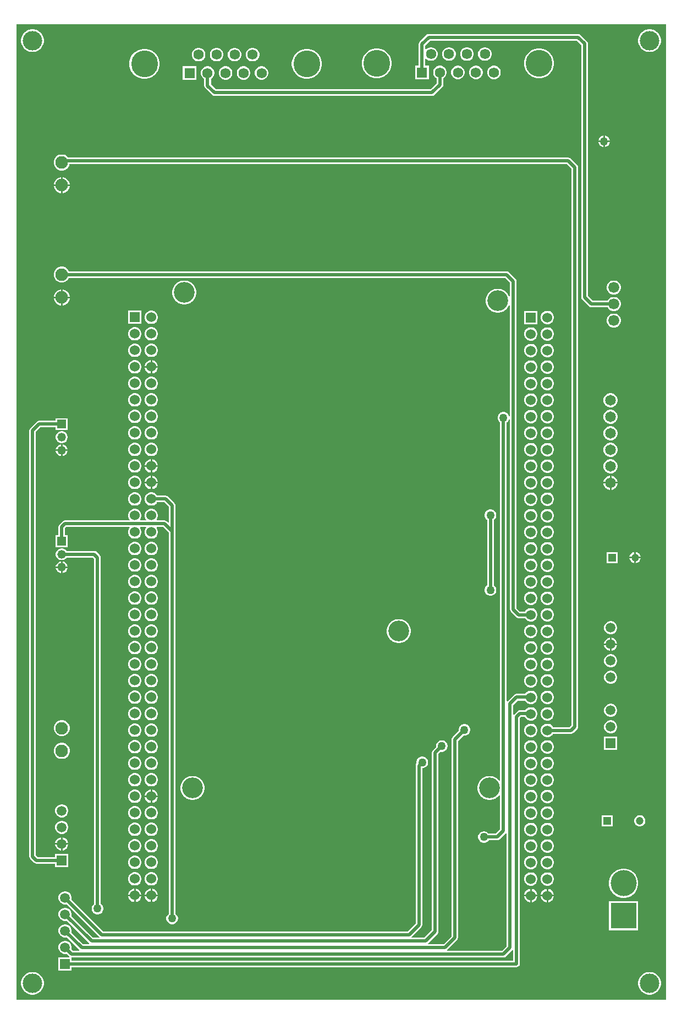
<source format=gbl>
G04*
G04 #@! TF.GenerationSoftware,Altium Limited,Altium Designer,22.8.2 (66)*
G04*
G04 Layer_Physical_Order=2*
G04 Layer_Color=16711680*
%FSLAX42Y42*%
%MOMM*%
G71*
G04*
G04 #@! TF.SameCoordinates,418904E4-A97B-41F3-844E-409F60187B30*
G04*
G04*
G04 #@! TF.FilePolarity,Positive*
G04*
G01*
G75*
%ADD39C,0.50*%
%ADD41R,1.51X1.51*%
%ADD42C,1.51*%
%ADD43C,1.53*%
%ADD44C,3.20*%
%ADD45R,1.53X1.53*%
%ADD46R,1.20X1.20*%
%ADD47C,1.20*%
%ADD48C,1.95*%
%ADD49C,1.65*%
%ADD50C,3.00*%
%ADD51C,1.58*%
%ADD52R,1.58X1.58*%
%ADD53C,4.12*%
%ADD54R,1.32X1.32*%
%ADD55C,1.32*%
%ADD56C,1.68*%
%ADD57C,4.00*%
%ADD58R,4.00X4.00*%
%ADD59C,1.27*%
G36*
X10000D02*
X0D01*
Y15000D01*
X10000D01*
Y0D01*
D02*
G37*
%LPC*%
G36*
X9767Y14925D02*
X9733D01*
X9699Y14919D01*
X9667Y14905D01*
X9638Y14886D01*
X9614Y14862D01*
X9595Y14833D01*
X9581Y14801D01*
X9575Y14767D01*
Y14733D01*
X9581Y14699D01*
X9595Y14667D01*
X9614Y14638D01*
X9638Y14614D01*
X9667Y14595D01*
X9699Y14581D01*
X9733Y14575D01*
X9767D01*
X9801Y14581D01*
X9833Y14595D01*
X9862Y14614D01*
X9886Y14638D01*
X9905Y14667D01*
X9919Y14699D01*
X9925Y14733D01*
Y14767D01*
X9919Y14801D01*
X9905Y14833D01*
X9886Y14862D01*
X9862Y14886D01*
X9833Y14905D01*
X9801Y14919D01*
X9767Y14925D01*
D02*
G37*
G36*
X267D02*
X233D01*
X199Y14919D01*
X167Y14905D01*
X138Y14886D01*
X114Y14862D01*
X95Y14833D01*
X81Y14801D01*
X75Y14767D01*
Y14733D01*
X81Y14699D01*
X95Y14667D01*
X114Y14638D01*
X138Y14614D01*
X167Y14595D01*
X199Y14581D01*
X233Y14575D01*
X267D01*
X301Y14581D01*
X333Y14595D01*
X362Y14614D01*
X386Y14638D01*
X405Y14667D01*
X419Y14699D01*
X425Y14733D01*
Y14767D01*
X419Y14801D01*
X405Y14833D01*
X386Y14862D01*
X362Y14886D01*
X333Y14905D01*
X301Y14919D01*
X267Y14925D01*
D02*
G37*
G36*
X7229Y14646D02*
X7201D01*
X7175Y14639D01*
X7151Y14625D01*
X7132Y14606D01*
X7118Y14582D01*
X7111Y14556D01*
Y14528D01*
X7118Y14502D01*
X7132Y14478D01*
X7151Y14459D01*
X7175Y14445D01*
X7201Y14438D01*
X7229D01*
X7255Y14445D01*
X7279Y14459D01*
X7298Y14478D01*
X7312Y14502D01*
X7319Y14528D01*
Y14556D01*
X7312Y14582D01*
X7298Y14606D01*
X7279Y14625D01*
X7255Y14639D01*
X7229Y14646D01*
D02*
G37*
G36*
X6952D02*
X6924D01*
X6898Y14639D01*
X6874Y14625D01*
X6855Y14606D01*
X6841Y14582D01*
X6834Y14556D01*
Y14528D01*
X6841Y14502D01*
X6855Y14478D01*
X6874Y14459D01*
X6898Y14445D01*
X6924Y14438D01*
X6952D01*
X6978Y14445D01*
X7002Y14459D01*
X7021Y14478D01*
X7035Y14502D01*
X7042Y14528D01*
Y14556D01*
X7035Y14582D01*
X7021Y14606D01*
X7002Y14625D01*
X6978Y14639D01*
X6952Y14646D01*
D02*
G37*
G36*
X6675D02*
X6647D01*
X6621Y14639D01*
X6597Y14625D01*
X6578Y14606D01*
X6564Y14582D01*
X6557Y14556D01*
Y14528D01*
X6564Y14502D01*
X6578Y14478D01*
X6597Y14459D01*
X6621Y14445D01*
X6647Y14438D01*
X6675D01*
X6701Y14445D01*
X6725Y14459D01*
X6744Y14478D01*
X6758Y14502D01*
X6765Y14528D01*
Y14556D01*
X6758Y14582D01*
X6744Y14606D01*
X6725Y14625D01*
X6701Y14639D01*
X6675Y14646D01*
D02*
G37*
G36*
X3652Y14638D02*
X3625D01*
X3598Y14631D01*
X3575Y14617D01*
X3555Y14598D01*
X3541Y14574D01*
X3534Y14548D01*
Y14520D01*
X3541Y14494D01*
X3555Y14470D01*
X3575Y14451D01*
X3598Y14437D01*
X3625Y14430D01*
X3652D01*
X3679Y14437D01*
X3702Y14451D01*
X3722Y14470D01*
X3736Y14494D01*
X3743Y14520D01*
Y14548D01*
X3736Y14574D01*
X3722Y14598D01*
X3702Y14617D01*
X3679Y14631D01*
X3652Y14638D01*
D02*
G37*
G36*
X3375D02*
X3348D01*
X3321Y14631D01*
X3298Y14617D01*
X3278Y14598D01*
X3264Y14574D01*
X3257Y14548D01*
Y14520D01*
X3264Y14494D01*
X3278Y14470D01*
X3298Y14451D01*
X3321Y14437D01*
X3348Y14430D01*
X3375D01*
X3402Y14437D01*
X3425Y14451D01*
X3445Y14470D01*
X3459Y14494D01*
X3466Y14520D01*
Y14548D01*
X3459Y14574D01*
X3445Y14598D01*
X3425Y14617D01*
X3402Y14631D01*
X3375Y14638D01*
D02*
G37*
G36*
X3098D02*
X3071D01*
X3044Y14631D01*
X3021Y14617D01*
X3001Y14598D01*
X2987Y14574D01*
X2980Y14548D01*
Y14520D01*
X2987Y14494D01*
X3001Y14470D01*
X3021Y14451D01*
X3044Y14437D01*
X3071Y14430D01*
X3098D01*
X3125Y14437D01*
X3148Y14451D01*
X3168Y14470D01*
X3182Y14494D01*
X3189Y14520D01*
Y14548D01*
X3182Y14574D01*
X3168Y14598D01*
X3148Y14617D01*
X3125Y14631D01*
X3098Y14638D01*
D02*
G37*
G36*
X2821D02*
X2794D01*
X2767Y14631D01*
X2744Y14617D01*
X2724Y14598D01*
X2710Y14574D01*
X2703Y14548D01*
Y14520D01*
X2710Y14494D01*
X2724Y14470D01*
X2744Y14451D01*
X2767Y14437D01*
X2794Y14430D01*
X2821D01*
X2848Y14437D01*
X2871Y14451D01*
X2891Y14470D01*
X2905Y14494D01*
X2912Y14520D01*
Y14548D01*
X2905Y14574D01*
X2891Y14598D01*
X2871Y14617D01*
X2848Y14631D01*
X2821Y14638D01*
D02*
G37*
G36*
X8072Y14631D02*
X8026D01*
X7982Y14622D01*
X7939Y14605D01*
X7902Y14580D01*
X7869Y14547D01*
X7844Y14510D01*
X7827Y14467D01*
X7818Y14423D01*
Y14377D01*
X7827Y14333D01*
X7844Y14290D01*
X7869Y14253D01*
X7902Y14220D01*
X7939Y14195D01*
X7982Y14178D01*
X8026Y14169D01*
X8072D01*
X8116Y14178D01*
X8159Y14195D01*
X8196Y14220D01*
X8229Y14253D01*
X8254Y14290D01*
X8271Y14333D01*
X8280Y14377D01*
Y14423D01*
X8271Y14467D01*
X8254Y14510D01*
X8229Y14547D01*
X8196Y14580D01*
X8159Y14605D01*
X8116Y14622D01*
X8072Y14631D01*
D02*
G37*
G36*
X5573D02*
X5527D01*
X5483Y14622D01*
X5440Y14605D01*
X5403Y14580D01*
X5370Y14547D01*
X5345Y14510D01*
X5328Y14467D01*
X5319Y14423D01*
Y14377D01*
X5328Y14333D01*
X5345Y14290D01*
X5370Y14253D01*
X5403Y14220D01*
X5440Y14195D01*
X5483Y14178D01*
X5527Y14169D01*
X5573D01*
X5617Y14178D01*
X5660Y14195D01*
X5697Y14220D01*
X5730Y14253D01*
X5755Y14290D01*
X5772Y14333D01*
X5781Y14377D01*
Y14423D01*
X5772Y14467D01*
X5755Y14510D01*
X5730Y14547D01*
X5697Y14580D01*
X5660Y14605D01*
X5617Y14622D01*
X5573Y14631D01*
D02*
G37*
G36*
X4495Y14623D02*
X4450D01*
X4405Y14614D01*
X4363Y14597D01*
X4325Y14572D01*
X4293Y14539D01*
X4268Y14502D01*
X4250Y14459D01*
X4241Y14415D01*
Y14369D01*
X4250Y14325D01*
X4268Y14282D01*
X4293Y14245D01*
X4325Y14212D01*
X4363Y14187D01*
X4405Y14170D01*
X4450Y14161D01*
X4495D01*
X4540Y14170D01*
X4582Y14187D01*
X4620Y14212D01*
X4652Y14245D01*
X4677Y14282D01*
X4695Y14325D01*
X4704Y14369D01*
Y14415D01*
X4695Y14459D01*
X4677Y14502D01*
X4652Y14539D01*
X4620Y14572D01*
X4582Y14597D01*
X4540Y14614D01*
X4495Y14623D01*
D02*
G37*
G36*
X1996D02*
X1951D01*
X1906Y14614D01*
X1864Y14597D01*
X1826Y14572D01*
X1794Y14539D01*
X1769Y14502D01*
X1751Y14459D01*
X1742Y14415D01*
Y14369D01*
X1751Y14325D01*
X1769Y14282D01*
X1794Y14245D01*
X1826Y14212D01*
X1864Y14187D01*
X1906Y14170D01*
X1951Y14161D01*
X1996D01*
X2041Y14170D01*
X2083Y14187D01*
X2121Y14212D01*
X2153Y14245D01*
X2178Y14282D01*
X2196Y14325D01*
X2205Y14369D01*
Y14415D01*
X2196Y14459D01*
X2178Y14502D01*
X2153Y14539D01*
X2121Y14572D01*
X2083Y14597D01*
X2041Y14614D01*
X1996Y14623D01*
D02*
G37*
G36*
X7367Y14362D02*
X7340D01*
X7313Y14355D01*
X7290Y14341D01*
X7270Y14322D01*
X7256Y14298D01*
X7249Y14272D01*
Y14244D01*
X7256Y14218D01*
X7270Y14194D01*
X7290Y14175D01*
X7313Y14161D01*
X7340Y14154D01*
X7367D01*
X7394Y14161D01*
X7417Y14175D01*
X7437Y14194D01*
X7451Y14218D01*
X7458Y14244D01*
Y14272D01*
X7451Y14298D01*
X7437Y14322D01*
X7417Y14341D01*
X7394Y14355D01*
X7367Y14362D01*
D02*
G37*
G36*
X7090D02*
X7063D01*
X7036Y14355D01*
X7013Y14341D01*
X6993Y14322D01*
X6979Y14298D01*
X6972Y14272D01*
Y14244D01*
X6979Y14218D01*
X6993Y14194D01*
X7013Y14175D01*
X7036Y14161D01*
X7063Y14154D01*
X7090D01*
X7117Y14161D01*
X7140Y14175D01*
X7160Y14194D01*
X7174Y14218D01*
X7181Y14244D01*
Y14272D01*
X7174Y14298D01*
X7160Y14322D01*
X7140Y14341D01*
X7117Y14355D01*
X7090Y14362D01*
D02*
G37*
G36*
X6813D02*
X6786D01*
X6759Y14355D01*
X6736Y14341D01*
X6716Y14322D01*
X6702Y14298D01*
X6695Y14272D01*
Y14244D01*
X6702Y14218D01*
X6716Y14194D01*
X6736Y14175D01*
X6759Y14161D01*
X6786Y14154D01*
X6813D01*
X6840Y14161D01*
X6863Y14175D01*
X6883Y14194D01*
X6897Y14218D01*
X6904Y14244D01*
Y14272D01*
X6897Y14298D01*
X6883Y14322D01*
X6863Y14341D01*
X6840Y14355D01*
X6813Y14362D01*
D02*
G37*
G36*
X3791Y14354D02*
X3763D01*
X3737Y14347D01*
X3713Y14333D01*
X3694Y14314D01*
X3680Y14290D01*
X3673Y14264D01*
Y14236D01*
X3680Y14210D01*
X3694Y14186D01*
X3713Y14167D01*
X3737Y14153D01*
X3763Y14146D01*
X3791D01*
X3817Y14153D01*
X3841Y14167D01*
X3860Y14186D01*
X3874Y14210D01*
X3881Y14236D01*
Y14264D01*
X3874Y14290D01*
X3860Y14314D01*
X3841Y14333D01*
X3817Y14347D01*
X3791Y14354D01*
D02*
G37*
G36*
X3514D02*
X3486D01*
X3460Y14347D01*
X3436Y14333D01*
X3417Y14314D01*
X3403Y14290D01*
X3396Y14264D01*
Y14236D01*
X3403Y14210D01*
X3417Y14186D01*
X3436Y14167D01*
X3460Y14153D01*
X3486Y14146D01*
X3514D01*
X3540Y14153D01*
X3564Y14167D01*
X3583Y14186D01*
X3597Y14210D01*
X3604Y14236D01*
Y14264D01*
X3597Y14290D01*
X3583Y14314D01*
X3564Y14333D01*
X3540Y14347D01*
X3514Y14354D01*
D02*
G37*
G36*
X3237D02*
X3209D01*
X3183Y14347D01*
X3159Y14333D01*
X3140Y14314D01*
X3126Y14290D01*
X3119Y14264D01*
Y14236D01*
X3126Y14210D01*
X3140Y14186D01*
X3159Y14167D01*
X3183Y14153D01*
X3209Y14146D01*
X3237D01*
X3263Y14153D01*
X3287Y14167D01*
X3306Y14186D01*
X3320Y14210D01*
X3327Y14236D01*
Y14264D01*
X3320Y14290D01*
X3306Y14314D01*
X3287Y14333D01*
X3263Y14347D01*
X3237Y14354D01*
D02*
G37*
G36*
X2773D02*
X2565D01*
Y14146D01*
X2773D01*
Y14354D01*
D02*
G37*
G36*
X6536Y14362D02*
X6509D01*
X6482Y14355D01*
X6459Y14341D01*
X6439Y14322D01*
X6425Y14298D01*
X6418Y14272D01*
Y14244D01*
X6425Y14218D01*
X6439Y14194D01*
X6459Y14175D01*
X6471Y14167D01*
Y14094D01*
X6379Y14001D01*
X3071D01*
X2997Y14075D01*
Y14159D01*
X3010Y14167D01*
X3029Y14186D01*
X3043Y14210D01*
X3050Y14236D01*
Y14264D01*
X3043Y14290D01*
X3029Y14314D01*
X3010Y14333D01*
X2986Y14347D01*
X2960Y14354D01*
X2932D01*
X2906Y14347D01*
X2882Y14333D01*
X2863Y14314D01*
X2849Y14290D01*
X2842Y14264D01*
Y14236D01*
X2849Y14210D01*
X2863Y14186D01*
X2882Y14167D01*
X2895Y14159D01*
Y14054D01*
X2899Y14034D01*
X2910Y14018D01*
X3014Y13914D01*
X3030Y13903D01*
X3050Y13899D01*
X6400D01*
X6420Y13903D01*
X6436Y13914D01*
X6559Y14036D01*
X6570Y14053D01*
X6574Y14073D01*
Y14167D01*
X6586Y14175D01*
X6606Y14194D01*
X6620Y14218D01*
X6627Y14244D01*
Y14272D01*
X6620Y14298D01*
X6606Y14322D01*
X6586Y14341D01*
X6563Y14355D01*
X6536Y14362D01*
D02*
G37*
G36*
X9063Y13289D02*
Y13213D01*
X9139D01*
X9133Y13234D01*
X9121Y13255D01*
X9105Y13271D01*
X9084Y13283D01*
X9063Y13289D01*
D02*
G37*
G36*
X9037D02*
X9016Y13283D01*
X8995Y13271D01*
X8979Y13255D01*
X8967Y13234D01*
X8961Y13213D01*
X9037D01*
Y13289D01*
D02*
G37*
G36*
X9139Y13187D02*
X9063D01*
Y13111D01*
X9084Y13117D01*
X9105Y13129D01*
X9121Y13145D01*
X9133Y13166D01*
X9139Y13187D01*
D02*
G37*
G36*
X9037D02*
X8961D01*
X8967Y13166D01*
X8979Y13145D01*
X8995Y13129D01*
X9016Y13117D01*
X9037Y13111D01*
Y13187D01*
D02*
G37*
G36*
X716Y12648D02*
X713D01*
Y12538D01*
X823D01*
Y12541D01*
X815Y12572D01*
X798Y12600D01*
X775Y12623D01*
X747Y12640D01*
X716Y12648D01*
D02*
G37*
G36*
X687D02*
X684D01*
X653Y12640D01*
X625Y12623D01*
X602Y12600D01*
X585Y12572D01*
X577Y12541D01*
Y12538D01*
X687D01*
Y12648D01*
D02*
G37*
G36*
X823Y12512D02*
X713D01*
Y12402D01*
X716D01*
X747Y12410D01*
X775Y12427D01*
X798Y12450D01*
X815Y12478D01*
X823Y12509D01*
Y12512D01*
D02*
G37*
G36*
X687D02*
X577D01*
Y12509D01*
X585Y12478D01*
X602Y12450D01*
X625Y12427D01*
X653Y12410D01*
X684Y12402D01*
X687D01*
Y12512D01*
D02*
G37*
G36*
X9214Y11059D02*
X9186D01*
X9158Y11052D01*
X9133Y11037D01*
X9113Y11017D01*
X9098Y10992D01*
X9091Y10964D01*
Y10936D01*
X9098Y10908D01*
X9113Y10883D01*
X9133Y10863D01*
X9158Y10848D01*
X9186Y10841D01*
X9214D01*
X9242Y10848D01*
X9267Y10863D01*
X9287Y10883D01*
X9302Y10908D01*
X9309Y10936D01*
Y10964D01*
X9302Y10992D01*
X9287Y11017D01*
X9267Y11037D01*
X9242Y11052D01*
X9214Y11059D01*
D02*
G37*
G36*
X716Y11273D02*
X684D01*
X653Y11265D01*
X625Y11248D01*
X602Y11225D01*
X585Y11197D01*
X577Y11166D01*
Y11134D01*
X585Y11103D01*
X602Y11075D01*
X625Y11052D01*
X653Y11035D01*
X684Y11027D01*
X716D01*
X747Y11035D01*
X775Y11052D01*
X798Y11075D01*
X812Y11099D01*
X7529D01*
X7599Y11029D01*
Y10817D01*
X7586Y10814D01*
X7577Y10835D01*
X7557Y10865D01*
X7531Y10891D01*
X7501Y10911D01*
X7467Y10925D01*
X7431Y10932D01*
X7395D01*
X7359Y10925D01*
X7325Y10911D01*
X7295Y10891D01*
X7269Y10865D01*
X7249Y10835D01*
X7235Y10801D01*
X7228Y10765D01*
Y10729D01*
X7235Y10693D01*
X7249Y10659D01*
X7269Y10629D01*
X7295Y10603D01*
X7325Y10583D01*
X7359Y10569D01*
X7395Y10562D01*
X7431D01*
X7467Y10569D01*
X7501Y10583D01*
X7531Y10603D01*
X7557Y10629D01*
X7577Y10659D01*
X7586Y10680D01*
X7599Y10677D01*
Y8975D01*
X7586Y8973D01*
X7583Y8984D01*
X7571Y9005D01*
X7555Y9021D01*
X7534Y9033D01*
X7512Y9039D01*
X7488D01*
X7466Y9033D01*
X7445Y9021D01*
X7429Y9005D01*
X7417Y8984D01*
X7411Y8962D01*
Y8938D01*
X7417Y8916D01*
X7429Y8895D01*
X7445Y8879D01*
X7449Y8877D01*
Y3366D01*
X7436Y3363D01*
X7430Y3372D01*
X7404Y3398D01*
X7374Y3418D01*
X7340Y3432D01*
X7304Y3439D01*
X7268D01*
X7232Y3432D01*
X7198Y3418D01*
X7168Y3398D01*
X7142Y3372D01*
X7122Y3342D01*
X7108Y3308D01*
X7101Y3272D01*
Y3236D01*
X7108Y3200D01*
X7122Y3166D01*
X7142Y3136D01*
X7168Y3110D01*
X7198Y3090D01*
X7232Y3076D01*
X7268Y3069D01*
X7304D01*
X7340Y3076D01*
X7374Y3090D01*
X7404Y3110D01*
X7430Y3136D01*
X7436Y3145D01*
X7449Y3142D01*
Y2621D01*
X7379Y2551D01*
X7273D01*
X7271Y2555D01*
X7255Y2571D01*
X7234Y2583D01*
X7212Y2589D01*
X7188D01*
X7166Y2583D01*
X7145Y2571D01*
X7129Y2555D01*
X7117Y2534D01*
X7111Y2512D01*
Y2488D01*
X7117Y2466D01*
X7129Y2445D01*
X7145Y2429D01*
X7166Y2417D01*
X7188Y2411D01*
X7212D01*
X7234Y2417D01*
X7255Y2429D01*
X7271Y2445D01*
X7273Y2449D01*
X7400D01*
X7420Y2453D01*
X7436Y2464D01*
X7536Y2563D01*
X7538Y2563D01*
X7549Y2559D01*
Y821D01*
X7479Y751D01*
X6641D01*
X6637Y762D01*
X6637Y764D01*
X6786Y914D01*
X6797Y930D01*
X6801Y950D01*
Y3979D01*
X6885Y4062D01*
X6888Y4061D01*
X6912D01*
X6934Y4067D01*
X6955Y4079D01*
X6971Y4095D01*
X6983Y4116D01*
X6989Y4138D01*
Y4162D01*
X6983Y4184D01*
X6971Y4205D01*
X6955Y4221D01*
X6934Y4233D01*
X6912Y4239D01*
X6888D01*
X6866Y4233D01*
X6845Y4221D01*
X6829Y4205D01*
X6817Y4184D01*
X6811Y4162D01*
Y4138D01*
X6812Y4135D01*
X6714Y4036D01*
X6703Y4020D01*
X6699Y4000D01*
Y971D01*
X6579Y851D01*
X6341D01*
X6337Y862D01*
X6337Y864D01*
X6486Y1014D01*
X6497Y1030D01*
X6501Y1050D01*
Y3779D01*
X6535Y3812D01*
X6538Y3811D01*
X6562D01*
X6584Y3817D01*
X6605Y3829D01*
X6621Y3845D01*
X6633Y3866D01*
X6639Y3888D01*
Y3912D01*
X6633Y3934D01*
X6621Y3955D01*
X6605Y3971D01*
X6584Y3983D01*
X6562Y3989D01*
X6538D01*
X6516Y3983D01*
X6495Y3971D01*
X6479Y3955D01*
X6467Y3934D01*
X6461Y3912D01*
Y3888D01*
X6462Y3885D01*
X6414Y3836D01*
X6403Y3820D01*
X6399Y3800D01*
Y1071D01*
X6279Y951D01*
X6091D01*
X6087Y962D01*
X6087Y964D01*
X6236Y1114D01*
X6247Y1130D01*
X6251Y1150D01*
Y3561D01*
X6262D01*
X6284Y3567D01*
X6305Y3579D01*
X6321Y3595D01*
X6333Y3616D01*
X6339Y3638D01*
Y3662D01*
X6333Y3684D01*
X6321Y3705D01*
X6305Y3721D01*
X6284Y3733D01*
X6262Y3739D01*
X6238D01*
X6216Y3733D01*
X6195Y3721D01*
X6179Y3705D01*
X6167Y3684D01*
X6161Y3662D01*
Y3638D01*
X6162Y3634D01*
X6153Y3620D01*
X6149Y3600D01*
Y1171D01*
X6029Y1051D01*
X1337D01*
X848Y1541D01*
X851Y1553D01*
Y1579D01*
X844Y1605D01*
X831Y1628D01*
X812Y1647D01*
X789Y1660D01*
X763Y1667D01*
X737D01*
X711Y1660D01*
X688Y1647D01*
X669Y1628D01*
X656Y1605D01*
X649Y1579D01*
Y1553D01*
X656Y1527D01*
X669Y1504D01*
X688Y1485D01*
X711Y1472D01*
X737Y1465D01*
X763D01*
X775Y1468D01*
X1279Y964D01*
X1279Y962D01*
X1275Y951D01*
X1183D01*
X848Y1287D01*
X851Y1299D01*
Y1325D01*
X844Y1351D01*
X831Y1374D01*
X812Y1393D01*
X789Y1406D01*
X763Y1413D01*
X737D01*
X711Y1406D01*
X688Y1393D01*
X669Y1374D01*
X656Y1351D01*
X649Y1325D01*
Y1299D01*
X656Y1273D01*
X669Y1250D01*
X688Y1231D01*
X711Y1218D01*
X737Y1211D01*
X763D01*
X775Y1214D01*
X1125Y864D01*
X1125Y862D01*
X1121Y851D01*
X1029D01*
X848Y1033D01*
X851Y1045D01*
Y1071D01*
X844Y1097D01*
X831Y1120D01*
X812Y1139D01*
X789Y1152D01*
X763Y1159D01*
X737D01*
X711Y1152D01*
X688Y1139D01*
X669Y1120D01*
X656Y1097D01*
X649Y1071D01*
Y1045D01*
X656Y1019D01*
X669Y996D01*
X688Y977D01*
X711Y964D01*
X737Y957D01*
X763D01*
X775Y960D01*
X971Y764D01*
X971Y762D01*
X967Y751D01*
X875D01*
X848Y779D01*
X851Y791D01*
Y817D01*
X844Y843D01*
X831Y866D01*
X812Y885D01*
X789Y898D01*
X763Y905D01*
X737D01*
X711Y898D01*
X688Y885D01*
X669Y866D01*
X656Y843D01*
X649Y817D01*
Y795D01*
X649Y792D01*
X653Y772D01*
X655Y768D01*
X656Y765D01*
X669Y742D01*
X688Y723D01*
X711Y710D01*
X737Y703D01*
X763D01*
X775Y706D01*
X818Y664D01*
X818Y664D01*
X814Y651D01*
X649D01*
Y449D01*
X851D01*
Y499D01*
X7700D01*
X7720Y503D01*
X7736Y514D01*
X7747Y530D01*
X7751Y550D01*
Y4329D01*
X7771Y4349D01*
X7830D01*
X7839Y4332D01*
X7858Y4313D01*
X7882Y4300D01*
X7908Y4293D01*
X7934D01*
X7960Y4300D01*
X7984Y4313D01*
X8003Y4332D01*
X8016Y4356D01*
X8023Y4382D01*
Y4408D01*
X8016Y4434D01*
X8003Y4458D01*
X7984Y4477D01*
X7960Y4490D01*
X7934Y4497D01*
X7908D01*
X7882Y4490D01*
X7858Y4477D01*
X7839Y4458D01*
X7836Y4451D01*
X7750D01*
X7730Y4447D01*
X7714Y4436D01*
X7664Y4387D01*
X7662Y4387D01*
X7651Y4391D01*
Y4529D01*
X7721Y4599D01*
X7832D01*
X7839Y4586D01*
X7858Y4567D01*
X7882Y4554D01*
X7908Y4547D01*
X7934D01*
X7960Y4554D01*
X7984Y4567D01*
X8003Y4586D01*
X8016Y4610D01*
X8023Y4636D01*
Y4662D01*
X8016Y4688D01*
X8003Y4712D01*
X7984Y4731D01*
X7960Y4744D01*
X7934Y4751D01*
X7908D01*
X7882Y4744D01*
X7858Y4731D01*
X7839Y4712D01*
X7834Y4701D01*
X7700D01*
X7680Y4697D01*
X7664Y4686D01*
X7564Y4587D01*
X7562Y4587D01*
X7551Y4591D01*
Y8877D01*
X7555Y8879D01*
X7571Y8895D01*
X7583Y8916D01*
X7586Y8927D01*
X7599Y8925D01*
Y6000D01*
X7603Y5980D01*
X7614Y5964D01*
X7695Y5883D01*
X7711Y5872D01*
X7731Y5868D01*
X7833D01*
X7839Y5856D01*
X7858Y5837D01*
X7882Y5824D01*
X7908Y5817D01*
X7934D01*
X7960Y5824D01*
X7984Y5837D01*
X8003Y5856D01*
X8016Y5880D01*
X8023Y5906D01*
Y5932D01*
X8016Y5958D01*
X8003Y5982D01*
X7984Y6001D01*
X7960Y6014D01*
X7934Y6021D01*
X7908D01*
X7882Y6014D01*
X7858Y6001D01*
X7839Y5982D01*
X7833Y5970D01*
X7752D01*
X7701Y6021D01*
Y11050D01*
X7697Y11070D01*
X7686Y11086D01*
X7586Y11186D01*
X7570Y11197D01*
X7550Y11201D01*
X812D01*
X798Y11225D01*
X775Y11248D01*
X747Y11265D01*
X716Y11273D01*
D02*
G37*
G36*
Y10923D02*
X713D01*
Y10813D01*
X823D01*
Y10816D01*
X815Y10847D01*
X798Y10875D01*
X775Y10898D01*
X747Y10915D01*
X716Y10923D01*
D02*
G37*
G36*
X687D02*
X684D01*
X653Y10915D01*
X625Y10898D01*
X602Y10875D01*
X585Y10847D01*
X577Y10816D01*
Y10813D01*
X687D01*
Y10923D01*
D02*
G37*
G36*
X2605Y11059D02*
X2569D01*
X2533Y11052D01*
X2499Y11038D01*
X2469Y11018D01*
X2443Y10992D01*
X2423Y10962D01*
X2409Y10928D01*
X2402Y10892D01*
Y10856D01*
X2409Y10820D01*
X2423Y10786D01*
X2443Y10756D01*
X2469Y10730D01*
X2499Y10710D01*
X2533Y10696D01*
X2569Y10689D01*
X2605D01*
X2641Y10696D01*
X2675Y10710D01*
X2705Y10730D01*
X2731Y10756D01*
X2751Y10786D01*
X2765Y10820D01*
X2772Y10856D01*
Y10892D01*
X2765Y10928D01*
X2751Y10962D01*
X2731Y10992D01*
X2705Y11018D01*
X2675Y11038D01*
X2641Y11052D01*
X2605Y11059D01*
D02*
G37*
G36*
X823Y10787D02*
X713D01*
Y10677D01*
X716D01*
X747Y10685D01*
X775Y10702D01*
X798Y10725D01*
X815Y10753D01*
X823Y10784D01*
Y10787D01*
D02*
G37*
G36*
X687D02*
X577D01*
Y10784D01*
X585Y10753D01*
X602Y10725D01*
X625Y10702D01*
X653Y10685D01*
X684Y10677D01*
X687D01*
Y10787D01*
D02*
G37*
G36*
X8650Y14851D02*
X6350D01*
X6330Y14847D01*
X6314Y14836D01*
X6209Y14732D01*
X6198Y14715D01*
X6194Y14696D01*
Y14362D01*
X6141D01*
Y14154D01*
X6350D01*
Y14362D01*
X6297D01*
Y14464D01*
X6310Y14469D01*
X6320Y14459D01*
X6344Y14445D01*
X6370Y14438D01*
X6398D01*
X6424Y14445D01*
X6448Y14459D01*
X6467Y14478D01*
X6481Y14502D01*
X6488Y14528D01*
Y14556D01*
X6481Y14582D01*
X6467Y14606D01*
X6448Y14625D01*
X6424Y14639D01*
X6398Y14646D01*
X6370D01*
X6344Y14639D01*
X6320Y14625D01*
X6310Y14615D01*
X6297Y14620D01*
Y14674D01*
X6371Y14749D01*
X8629D01*
X8699Y14679D01*
Y10800D01*
X8703Y10780D01*
X8714Y10764D01*
X8818Y10660D01*
X8834Y10649D01*
X8854Y10645D01*
X9104D01*
X9113Y10629D01*
X9133Y10609D01*
X9158Y10594D01*
X9186Y10587D01*
X9214D01*
X9242Y10594D01*
X9267Y10609D01*
X9287Y10629D01*
X9302Y10654D01*
X9309Y10682D01*
Y10710D01*
X9302Y10738D01*
X9287Y10763D01*
X9267Y10783D01*
X9242Y10798D01*
X9214Y10805D01*
X9186D01*
X9158Y10798D01*
X9133Y10783D01*
X9113Y10763D01*
X9104Y10747D01*
X8875D01*
X8801Y10821D01*
Y14700D01*
X8797Y14720D01*
X8786Y14736D01*
X8686Y14836D01*
X8670Y14847D01*
X8650Y14851D01*
D02*
G37*
G36*
X2092Y10595D02*
X2066D01*
X2040Y10588D01*
X2016Y10575D01*
X1997Y10556D01*
X1984Y10532D01*
X1977Y10506D01*
Y10480D01*
X1984Y10454D01*
X1997Y10430D01*
X2016Y10411D01*
X2040Y10398D01*
X2066Y10391D01*
X2092D01*
X2118Y10398D01*
X2142Y10411D01*
X2161Y10430D01*
X2174Y10454D01*
X2181Y10480D01*
Y10506D01*
X2174Y10532D01*
X2161Y10556D01*
X2142Y10575D01*
X2118Y10588D01*
X2092Y10595D01*
D02*
G37*
G36*
X1927D02*
X1723D01*
Y10391D01*
X1927D01*
Y10595D01*
D02*
G37*
G36*
X8188Y10593D02*
X8162D01*
X8136Y10586D01*
X8112Y10573D01*
X8093Y10554D01*
X8080Y10530D01*
X8073Y10504D01*
Y10478D01*
X8080Y10452D01*
X8093Y10428D01*
X8112Y10409D01*
X8136Y10396D01*
X8162Y10389D01*
X8188D01*
X8214Y10396D01*
X8238Y10409D01*
X8257Y10428D01*
X8270Y10452D01*
X8277Y10478D01*
Y10504D01*
X8270Y10530D01*
X8257Y10554D01*
X8238Y10573D01*
X8214Y10586D01*
X8188Y10593D01*
D02*
G37*
G36*
X8023D02*
X7819D01*
Y10389D01*
X8023D01*
Y10593D01*
D02*
G37*
G36*
X9214Y10551D02*
X9186D01*
X9158Y10544D01*
X9133Y10529D01*
X9113Y10509D01*
X9098Y10484D01*
X9091Y10456D01*
Y10428D01*
X9098Y10400D01*
X9113Y10375D01*
X9133Y10355D01*
X9158Y10340D01*
X9186Y10333D01*
X9214D01*
X9242Y10340D01*
X9267Y10355D01*
X9287Y10375D01*
X9302Y10400D01*
X9309Y10428D01*
Y10456D01*
X9302Y10484D01*
X9287Y10509D01*
X9267Y10529D01*
X9242Y10544D01*
X9214Y10551D01*
D02*
G37*
G36*
X2092Y10341D02*
X2066D01*
X2040Y10334D01*
X2016Y10321D01*
X1997Y10302D01*
X1984Y10278D01*
X1977Y10252D01*
Y10226D01*
X1984Y10200D01*
X1997Y10176D01*
X2016Y10157D01*
X2040Y10144D01*
X2066Y10137D01*
X2092D01*
X2118Y10144D01*
X2142Y10157D01*
X2161Y10176D01*
X2174Y10200D01*
X2181Y10226D01*
Y10252D01*
X2174Y10278D01*
X2161Y10302D01*
X2142Y10321D01*
X2118Y10334D01*
X2092Y10341D01*
D02*
G37*
G36*
X1838D02*
X1812D01*
X1786Y10334D01*
X1762Y10321D01*
X1743Y10302D01*
X1730Y10278D01*
X1723Y10252D01*
Y10226D01*
X1730Y10200D01*
X1743Y10176D01*
X1762Y10157D01*
X1786Y10144D01*
X1812Y10137D01*
X1838D01*
X1864Y10144D01*
X1888Y10157D01*
X1907Y10176D01*
X1920Y10200D01*
X1927Y10226D01*
Y10252D01*
X1920Y10278D01*
X1907Y10302D01*
X1888Y10321D01*
X1864Y10334D01*
X1838Y10341D01*
D02*
G37*
G36*
X8188Y10339D02*
X8162D01*
X8136Y10332D01*
X8112Y10319D01*
X8093Y10300D01*
X8080Y10276D01*
X8073Y10250D01*
Y10224D01*
X8080Y10198D01*
X8093Y10174D01*
X8112Y10155D01*
X8136Y10142D01*
X8162Y10135D01*
X8188D01*
X8214Y10142D01*
X8238Y10155D01*
X8257Y10174D01*
X8270Y10198D01*
X8277Y10224D01*
Y10250D01*
X8270Y10276D01*
X8257Y10300D01*
X8238Y10319D01*
X8214Y10332D01*
X8188Y10339D01*
D02*
G37*
G36*
X7934D02*
X7908D01*
X7882Y10332D01*
X7858Y10319D01*
X7839Y10300D01*
X7826Y10276D01*
X7819Y10250D01*
Y10224D01*
X7826Y10198D01*
X7839Y10174D01*
X7858Y10155D01*
X7882Y10142D01*
X7908Y10135D01*
X7934D01*
X7960Y10142D01*
X7984Y10155D01*
X8003Y10174D01*
X8016Y10198D01*
X8023Y10224D01*
Y10250D01*
X8016Y10276D01*
X8003Y10300D01*
X7984Y10319D01*
X7960Y10332D01*
X7934Y10339D01*
D02*
G37*
G36*
X2092Y10087D02*
X2066D01*
X2040Y10080D01*
X2016Y10067D01*
X1997Y10048D01*
X1984Y10024D01*
X1977Y9998D01*
Y9972D01*
X1984Y9946D01*
X1997Y9922D01*
X2016Y9903D01*
X2040Y9890D01*
X2066Y9883D01*
X2092D01*
X2118Y9890D01*
X2142Y9903D01*
X2161Y9922D01*
X2174Y9946D01*
X2181Y9972D01*
Y9998D01*
X2174Y10024D01*
X2161Y10048D01*
X2142Y10067D01*
X2118Y10080D01*
X2092Y10087D01*
D02*
G37*
G36*
X1838D02*
X1812D01*
X1786Y10080D01*
X1762Y10067D01*
X1743Y10048D01*
X1730Y10024D01*
X1723Y9998D01*
Y9972D01*
X1730Y9946D01*
X1743Y9922D01*
X1762Y9903D01*
X1786Y9890D01*
X1812Y9883D01*
X1838D01*
X1864Y9890D01*
X1888Y9903D01*
X1907Y9922D01*
X1920Y9946D01*
X1927Y9972D01*
Y9998D01*
X1920Y10024D01*
X1907Y10048D01*
X1888Y10067D01*
X1864Y10080D01*
X1838Y10087D01*
D02*
G37*
G36*
X8188Y10085D02*
X8162D01*
X8136Y10078D01*
X8112Y10065D01*
X8093Y10046D01*
X8080Y10022D01*
X8073Y9996D01*
Y9970D01*
X8080Y9944D01*
X8093Y9920D01*
X8112Y9901D01*
X8136Y9888D01*
X8162Y9881D01*
X8188D01*
X8214Y9888D01*
X8238Y9901D01*
X8257Y9920D01*
X8270Y9944D01*
X8277Y9970D01*
Y9996D01*
X8270Y10022D01*
X8257Y10046D01*
X8238Y10065D01*
X8214Y10078D01*
X8188Y10085D01*
D02*
G37*
G36*
X7934D02*
X7908D01*
X7882Y10078D01*
X7858Y10065D01*
X7839Y10046D01*
X7826Y10022D01*
X7819Y9996D01*
Y9970D01*
X7826Y9944D01*
X7839Y9920D01*
X7858Y9901D01*
X7882Y9888D01*
X7908Y9881D01*
X7934D01*
X7960Y9888D01*
X7984Y9901D01*
X8003Y9920D01*
X8016Y9944D01*
X8023Y9970D01*
Y9996D01*
X8016Y10022D01*
X8003Y10046D01*
X7984Y10065D01*
X7960Y10078D01*
X7934Y10085D01*
D02*
G37*
G36*
X2092Y9833D02*
X2092D01*
Y9744D01*
X2181D01*
Y9744D01*
X2174Y9770D01*
X2161Y9794D01*
X2142Y9813D01*
X2118Y9826D01*
X2092Y9833D01*
D02*
G37*
G36*
X2066D02*
X2066D01*
X2040Y9826D01*
X2016Y9813D01*
X1997Y9794D01*
X1984Y9770D01*
X1977Y9744D01*
Y9744D01*
X2066D01*
Y9833D01*
D02*
G37*
G36*
X2181Y9718D02*
X2092D01*
Y9629D01*
X2092D01*
X2118Y9636D01*
X2142Y9649D01*
X2161Y9668D01*
X2174Y9692D01*
X2181Y9718D01*
Y9718D01*
D02*
G37*
G36*
X2066D02*
X1977D01*
Y9718D01*
X1984Y9692D01*
X1997Y9668D01*
X2016Y9649D01*
X2040Y9636D01*
X2066Y9629D01*
X2066D01*
Y9718D01*
D02*
G37*
G36*
X1838Y9833D02*
X1812D01*
X1786Y9826D01*
X1762Y9813D01*
X1743Y9794D01*
X1730Y9770D01*
X1723Y9744D01*
Y9718D01*
X1730Y9692D01*
X1743Y9668D01*
X1762Y9649D01*
X1786Y9636D01*
X1812Y9629D01*
X1838D01*
X1864Y9636D01*
X1888Y9649D01*
X1907Y9668D01*
X1920Y9692D01*
X1927Y9718D01*
Y9744D01*
X1920Y9770D01*
X1907Y9794D01*
X1888Y9813D01*
X1864Y9826D01*
X1838Y9833D01*
D02*
G37*
G36*
X8188Y9831D02*
X8162D01*
X8136Y9824D01*
X8112Y9811D01*
X8093Y9792D01*
X8080Y9768D01*
X8073Y9742D01*
Y9716D01*
X8080Y9690D01*
X8093Y9666D01*
X8112Y9647D01*
X8136Y9634D01*
X8162Y9627D01*
X8188D01*
X8214Y9634D01*
X8238Y9647D01*
X8257Y9666D01*
X8270Y9690D01*
X8277Y9716D01*
Y9742D01*
X8270Y9768D01*
X8257Y9792D01*
X8238Y9811D01*
X8214Y9824D01*
X8188Y9831D01*
D02*
G37*
G36*
X7934D02*
X7908D01*
X7882Y9824D01*
X7858Y9811D01*
X7839Y9792D01*
X7826Y9768D01*
X7819Y9742D01*
Y9716D01*
X7826Y9690D01*
X7839Y9666D01*
X7858Y9647D01*
X7882Y9634D01*
X7908Y9627D01*
X7934D01*
X7960Y9634D01*
X7984Y9647D01*
X8003Y9666D01*
X8016Y9690D01*
X8023Y9716D01*
Y9742D01*
X8016Y9768D01*
X8003Y9792D01*
X7984Y9811D01*
X7960Y9824D01*
X7934Y9831D01*
D02*
G37*
G36*
X2092Y9579D02*
X2066D01*
X2040Y9572D01*
X2016Y9559D01*
X1997Y9540D01*
X1984Y9516D01*
X1977Y9490D01*
Y9464D01*
X1984Y9438D01*
X1997Y9414D01*
X2016Y9395D01*
X2040Y9382D01*
X2066Y9375D01*
X2092D01*
X2118Y9382D01*
X2142Y9395D01*
X2161Y9414D01*
X2174Y9438D01*
X2181Y9464D01*
Y9490D01*
X2174Y9516D01*
X2161Y9540D01*
X2142Y9559D01*
X2118Y9572D01*
X2092Y9579D01*
D02*
G37*
G36*
X1838D02*
X1812D01*
X1786Y9572D01*
X1762Y9559D01*
X1743Y9540D01*
X1730Y9516D01*
X1723Y9490D01*
Y9464D01*
X1730Y9438D01*
X1743Y9414D01*
X1762Y9395D01*
X1786Y9382D01*
X1812Y9375D01*
X1838D01*
X1864Y9382D01*
X1888Y9395D01*
X1907Y9414D01*
X1920Y9438D01*
X1927Y9464D01*
Y9490D01*
X1920Y9516D01*
X1907Y9540D01*
X1888Y9559D01*
X1864Y9572D01*
X1838Y9579D01*
D02*
G37*
G36*
X8188Y9577D02*
X8162D01*
X8136Y9570D01*
X8112Y9557D01*
X8093Y9538D01*
X8080Y9514D01*
X8073Y9488D01*
Y9462D01*
X8080Y9436D01*
X8093Y9412D01*
X8112Y9393D01*
X8136Y9380D01*
X8162Y9373D01*
X8188D01*
X8214Y9380D01*
X8238Y9393D01*
X8257Y9412D01*
X8270Y9436D01*
X8277Y9462D01*
Y9488D01*
X8270Y9514D01*
X8257Y9538D01*
X8238Y9557D01*
X8214Y9570D01*
X8188Y9577D01*
D02*
G37*
G36*
X7934D02*
X7908D01*
X7882Y9570D01*
X7858Y9557D01*
X7839Y9538D01*
X7826Y9514D01*
X7819Y9488D01*
Y9462D01*
X7826Y9436D01*
X7839Y9412D01*
X7858Y9393D01*
X7882Y9380D01*
X7908Y9373D01*
X7934D01*
X7960Y9380D01*
X7984Y9393D01*
X8003Y9412D01*
X8016Y9436D01*
X8023Y9462D01*
Y9488D01*
X8016Y9514D01*
X8003Y9538D01*
X7984Y9557D01*
X7960Y9570D01*
X7934Y9577D01*
D02*
G37*
G36*
X2092Y9325D02*
X2066D01*
X2040Y9318D01*
X2016Y9305D01*
X1997Y9286D01*
X1984Y9262D01*
X1977Y9236D01*
Y9210D01*
X1984Y9184D01*
X1997Y9160D01*
X2016Y9141D01*
X2040Y9128D01*
X2066Y9121D01*
X2092D01*
X2118Y9128D01*
X2142Y9141D01*
X2161Y9160D01*
X2174Y9184D01*
X2181Y9210D01*
Y9236D01*
X2174Y9262D01*
X2161Y9286D01*
X2142Y9305D01*
X2118Y9318D01*
X2092Y9325D01*
D02*
G37*
G36*
X1838D02*
X1812D01*
X1786Y9318D01*
X1762Y9305D01*
X1743Y9286D01*
X1730Y9262D01*
X1723Y9236D01*
Y9210D01*
X1730Y9184D01*
X1743Y9160D01*
X1762Y9141D01*
X1786Y9128D01*
X1812Y9121D01*
X1838D01*
X1864Y9128D01*
X1888Y9141D01*
X1907Y9160D01*
X1920Y9184D01*
X1927Y9210D01*
Y9236D01*
X1920Y9262D01*
X1907Y9286D01*
X1888Y9305D01*
X1864Y9318D01*
X1838Y9325D01*
D02*
G37*
G36*
X8188Y9323D02*
X8162D01*
X8136Y9316D01*
X8112Y9303D01*
X8093Y9284D01*
X8080Y9260D01*
X8073Y9234D01*
Y9208D01*
X8080Y9182D01*
X8093Y9158D01*
X8112Y9139D01*
X8136Y9126D01*
X8162Y9119D01*
X8188D01*
X8214Y9126D01*
X8238Y9139D01*
X8257Y9158D01*
X8270Y9182D01*
X8277Y9208D01*
Y9234D01*
X8270Y9260D01*
X8257Y9284D01*
X8238Y9303D01*
X8214Y9316D01*
X8188Y9323D01*
D02*
G37*
G36*
X7934D02*
X7908D01*
X7882Y9316D01*
X7858Y9303D01*
X7839Y9284D01*
X7826Y9260D01*
X7819Y9234D01*
Y9208D01*
X7826Y9182D01*
X7839Y9158D01*
X7858Y9139D01*
X7882Y9126D01*
X7908Y9119D01*
X7934D01*
X7960Y9126D01*
X7984Y9139D01*
X8003Y9158D01*
X8016Y9182D01*
X8023Y9208D01*
Y9234D01*
X8016Y9260D01*
X8003Y9284D01*
X7984Y9303D01*
X7960Y9316D01*
X7934Y9323D01*
D02*
G37*
G36*
X9164Y9326D02*
X9136D01*
X9108Y9319D01*
X9084Y9304D01*
X9064Y9284D01*
X9049Y9260D01*
X9042Y9232D01*
Y9204D01*
X9049Y9176D01*
X9064Y9152D01*
X9084Y9132D01*
X9108Y9117D01*
X9136Y9110D01*
X9164D01*
X9192Y9117D01*
X9216Y9132D01*
X9236Y9152D01*
X9251Y9176D01*
X9258Y9204D01*
Y9232D01*
X9251Y9260D01*
X9236Y9284D01*
X9216Y9304D01*
X9192Y9319D01*
X9164Y9326D01*
D02*
G37*
G36*
X2092Y9071D02*
X2066D01*
X2040Y9064D01*
X2016Y9051D01*
X1997Y9032D01*
X1984Y9008D01*
X1977Y8982D01*
Y8956D01*
X1984Y8930D01*
X1997Y8906D01*
X2016Y8887D01*
X2040Y8874D01*
X2066Y8867D01*
X2092D01*
X2118Y8874D01*
X2142Y8887D01*
X2161Y8906D01*
X2174Y8930D01*
X2181Y8956D01*
Y8982D01*
X2174Y9008D01*
X2161Y9032D01*
X2142Y9051D01*
X2118Y9064D01*
X2092Y9071D01*
D02*
G37*
G36*
X1838D02*
X1812D01*
X1786Y9064D01*
X1762Y9051D01*
X1743Y9032D01*
X1730Y9008D01*
X1723Y8982D01*
Y8956D01*
X1730Y8930D01*
X1743Y8906D01*
X1762Y8887D01*
X1786Y8874D01*
X1812Y8867D01*
X1838D01*
X1864Y8874D01*
X1888Y8887D01*
X1907Y8906D01*
X1920Y8930D01*
X1927Y8956D01*
Y8982D01*
X1920Y9008D01*
X1907Y9032D01*
X1888Y9051D01*
X1864Y9064D01*
X1838Y9071D01*
D02*
G37*
G36*
X8188Y9069D02*
X8162D01*
X8136Y9062D01*
X8112Y9049D01*
X8093Y9030D01*
X8080Y9006D01*
X8073Y8980D01*
Y8954D01*
X8080Y8928D01*
X8093Y8904D01*
X8112Y8885D01*
X8136Y8872D01*
X8162Y8865D01*
X8188D01*
X8214Y8872D01*
X8238Y8885D01*
X8257Y8904D01*
X8270Y8928D01*
X8277Y8954D01*
Y8980D01*
X8270Y9006D01*
X8257Y9030D01*
X8238Y9049D01*
X8214Y9062D01*
X8188Y9069D01*
D02*
G37*
G36*
X7934D02*
X7908D01*
X7882Y9062D01*
X7858Y9049D01*
X7839Y9030D01*
X7826Y9006D01*
X7819Y8980D01*
Y8954D01*
X7826Y8928D01*
X7839Y8904D01*
X7858Y8885D01*
X7882Y8872D01*
X7908Y8865D01*
X7934D01*
X7960Y8872D01*
X7984Y8885D01*
X8003Y8904D01*
X8016Y8928D01*
X8023Y8954D01*
Y8980D01*
X8016Y9006D01*
X8003Y9030D01*
X7984Y9049D01*
X7960Y9062D01*
X7934Y9069D01*
D02*
G37*
G36*
X9164Y9072D02*
X9136D01*
X9108Y9065D01*
X9084Y9050D01*
X9064Y9030D01*
X9049Y9006D01*
X9042Y8978D01*
Y8950D01*
X9049Y8922D01*
X9064Y8898D01*
X9084Y8878D01*
X9108Y8863D01*
X9136Y8856D01*
X9164D01*
X9192Y8863D01*
X9216Y8878D01*
X9236Y8898D01*
X9251Y8922D01*
X9258Y8950D01*
Y8978D01*
X9251Y9006D01*
X9236Y9030D01*
X9216Y9050D01*
X9192Y9065D01*
X9164Y9072D01*
D02*
G37*
G36*
X791Y8941D02*
X609D01*
Y8901D01*
X350D01*
X330Y8897D01*
X314Y8886D01*
X214Y8786D01*
X203Y8770D01*
X199Y8750D01*
X199Y2200D01*
X203Y2180D01*
X214Y2164D01*
X272Y2106D01*
X288Y2095D01*
X308Y2091D01*
X599D01*
Y2041D01*
X801D01*
Y2243D01*
X599D01*
Y2193D01*
X329D01*
X301Y2221D01*
X301Y8729D01*
X371Y8799D01*
X609D01*
Y8759D01*
X791D01*
Y8941D01*
D02*
G37*
G36*
X2092Y8817D02*
X2066D01*
X2040Y8810D01*
X2016Y8797D01*
X1997Y8778D01*
X1984Y8754D01*
X1977Y8728D01*
Y8702D01*
X1984Y8676D01*
X1997Y8652D01*
X2016Y8633D01*
X2040Y8620D01*
X2066Y8613D01*
X2092D01*
X2118Y8620D01*
X2142Y8633D01*
X2161Y8652D01*
X2174Y8676D01*
X2181Y8702D01*
Y8728D01*
X2174Y8754D01*
X2161Y8778D01*
X2142Y8797D01*
X2118Y8810D01*
X2092Y8817D01*
D02*
G37*
G36*
X1838D02*
X1812D01*
X1786Y8810D01*
X1762Y8797D01*
X1743Y8778D01*
X1730Y8754D01*
X1723Y8728D01*
Y8702D01*
X1730Y8676D01*
X1743Y8652D01*
X1762Y8633D01*
X1786Y8620D01*
X1812Y8613D01*
X1838D01*
X1864Y8620D01*
X1888Y8633D01*
X1907Y8652D01*
X1920Y8676D01*
X1927Y8702D01*
Y8728D01*
X1920Y8754D01*
X1907Y8778D01*
X1888Y8797D01*
X1864Y8810D01*
X1838Y8817D01*
D02*
G37*
G36*
X8188Y8815D02*
X8162D01*
X8136Y8808D01*
X8112Y8795D01*
X8093Y8776D01*
X8080Y8752D01*
X8073Y8726D01*
Y8700D01*
X8080Y8674D01*
X8093Y8650D01*
X8112Y8631D01*
X8136Y8618D01*
X8162Y8611D01*
X8188D01*
X8214Y8618D01*
X8238Y8631D01*
X8257Y8650D01*
X8270Y8674D01*
X8277Y8700D01*
Y8726D01*
X8270Y8752D01*
X8257Y8776D01*
X8238Y8795D01*
X8214Y8808D01*
X8188Y8815D01*
D02*
G37*
G36*
X7934D02*
X7908D01*
X7882Y8808D01*
X7858Y8795D01*
X7839Y8776D01*
X7826Y8752D01*
X7819Y8726D01*
Y8700D01*
X7826Y8674D01*
X7839Y8650D01*
X7858Y8631D01*
X7882Y8618D01*
X7908Y8611D01*
X7934D01*
X7960Y8618D01*
X7984Y8631D01*
X8003Y8650D01*
X8016Y8674D01*
X8023Y8700D01*
Y8726D01*
X8016Y8752D01*
X8003Y8776D01*
X7984Y8795D01*
X7960Y8808D01*
X7934Y8815D01*
D02*
G37*
G36*
X9164Y8818D02*
X9136D01*
X9108Y8811D01*
X9084Y8796D01*
X9064Y8776D01*
X9049Y8752D01*
X9042Y8724D01*
Y8696D01*
X9049Y8668D01*
X9064Y8644D01*
X9084Y8624D01*
X9108Y8609D01*
X9136Y8602D01*
X9164D01*
X9192Y8609D01*
X9216Y8624D01*
X9236Y8644D01*
X9251Y8668D01*
X9258Y8696D01*
Y8724D01*
X9251Y8752D01*
X9236Y8776D01*
X9216Y8796D01*
X9192Y8811D01*
X9164Y8818D01*
D02*
G37*
G36*
X712Y8741D02*
X688D01*
X665Y8735D01*
X644Y8723D01*
X627Y8706D01*
X615Y8685D01*
X609Y8662D01*
Y8638D01*
X615Y8615D01*
X627Y8594D01*
X644Y8577D01*
X665Y8565D01*
X688Y8559D01*
X712D01*
X735Y8565D01*
X756Y8577D01*
X773Y8594D01*
X785Y8615D01*
X791Y8638D01*
Y8662D01*
X785Y8685D01*
X773Y8706D01*
X756Y8723D01*
X735Y8735D01*
X712Y8741D01*
D02*
G37*
G36*
X713Y8541D02*
Y8463D01*
X791D01*
X785Y8485D01*
X773Y8506D01*
X756Y8523D01*
X735Y8535D01*
X713Y8541D01*
D02*
G37*
G36*
X687D02*
X665Y8535D01*
X644Y8523D01*
X627Y8506D01*
X615Y8485D01*
X609Y8463D01*
X687D01*
Y8541D01*
D02*
G37*
G36*
X2092Y8563D02*
X2066D01*
X2040Y8556D01*
X2016Y8543D01*
X1997Y8524D01*
X1984Y8500D01*
X1977Y8474D01*
Y8448D01*
X1984Y8422D01*
X1997Y8398D01*
X2016Y8379D01*
X2040Y8366D01*
X2066Y8359D01*
X2092D01*
X2118Y8366D01*
X2142Y8379D01*
X2161Y8398D01*
X2174Y8422D01*
X2181Y8448D01*
Y8474D01*
X2174Y8500D01*
X2161Y8524D01*
X2142Y8543D01*
X2118Y8556D01*
X2092Y8563D01*
D02*
G37*
G36*
X1838D02*
X1812D01*
X1786Y8556D01*
X1762Y8543D01*
X1743Y8524D01*
X1730Y8500D01*
X1723Y8474D01*
Y8448D01*
X1730Y8422D01*
X1743Y8398D01*
X1762Y8379D01*
X1786Y8366D01*
X1812Y8359D01*
X1838D01*
X1864Y8366D01*
X1888Y8379D01*
X1907Y8398D01*
X1920Y8422D01*
X1927Y8448D01*
Y8474D01*
X1920Y8500D01*
X1907Y8524D01*
X1888Y8543D01*
X1864Y8556D01*
X1838Y8563D01*
D02*
G37*
G36*
X791Y8437D02*
X713D01*
Y8359D01*
X735Y8365D01*
X756Y8377D01*
X773Y8394D01*
X785Y8415D01*
X791Y8437D01*
D02*
G37*
G36*
X687D02*
X609D01*
X615Y8415D01*
X627Y8394D01*
X644Y8377D01*
X665Y8365D01*
X687Y8359D01*
Y8437D01*
D02*
G37*
G36*
X8188Y8561D02*
X8162D01*
X8136Y8554D01*
X8112Y8541D01*
X8093Y8522D01*
X8080Y8498D01*
X8073Y8472D01*
Y8446D01*
X8080Y8420D01*
X8093Y8396D01*
X8112Y8377D01*
X8136Y8364D01*
X8162Y8357D01*
X8188D01*
X8214Y8364D01*
X8238Y8377D01*
X8257Y8396D01*
X8270Y8420D01*
X8277Y8446D01*
Y8472D01*
X8270Y8498D01*
X8257Y8522D01*
X8238Y8541D01*
X8214Y8554D01*
X8188Y8561D01*
D02*
G37*
G36*
X7934D02*
X7908D01*
X7882Y8554D01*
X7858Y8541D01*
X7839Y8522D01*
X7826Y8498D01*
X7819Y8472D01*
Y8446D01*
X7826Y8420D01*
X7839Y8396D01*
X7858Y8377D01*
X7882Y8364D01*
X7908Y8357D01*
X7934D01*
X7960Y8364D01*
X7984Y8377D01*
X8003Y8396D01*
X8016Y8420D01*
X8023Y8446D01*
Y8472D01*
X8016Y8498D01*
X8003Y8522D01*
X7984Y8541D01*
X7960Y8554D01*
X7934Y8561D01*
D02*
G37*
G36*
X9164Y8564D02*
X9136D01*
X9108Y8557D01*
X9084Y8542D01*
X9064Y8522D01*
X9049Y8498D01*
X9042Y8470D01*
Y8442D01*
X9049Y8414D01*
X9064Y8390D01*
X9084Y8370D01*
X9108Y8355D01*
X9136Y8348D01*
X9164D01*
X9192Y8355D01*
X9216Y8370D01*
X9236Y8390D01*
X9251Y8414D01*
X9258Y8442D01*
Y8470D01*
X9251Y8498D01*
X9236Y8522D01*
X9216Y8542D01*
X9192Y8557D01*
X9164Y8564D01*
D02*
G37*
G36*
X2092Y8309D02*
X2092D01*
Y8220D01*
X2181D01*
Y8220D01*
X2174Y8246D01*
X2161Y8270D01*
X2142Y8289D01*
X2118Y8302D01*
X2092Y8309D01*
D02*
G37*
G36*
X2066D02*
X2066D01*
X2040Y8302D01*
X2016Y8289D01*
X1997Y8270D01*
X1984Y8246D01*
X1977Y8220D01*
Y8220D01*
X2066D01*
Y8309D01*
D02*
G37*
G36*
X2181Y8194D02*
X2092D01*
Y8105D01*
X2092D01*
X2118Y8112D01*
X2142Y8125D01*
X2161Y8144D01*
X2174Y8168D01*
X2181Y8194D01*
Y8194D01*
D02*
G37*
G36*
X2066D02*
X1977D01*
Y8194D01*
X1984Y8168D01*
X1997Y8144D01*
X2016Y8125D01*
X2040Y8112D01*
X2066Y8105D01*
X2066D01*
Y8194D01*
D02*
G37*
G36*
X1838Y8309D02*
X1812D01*
X1786Y8302D01*
X1762Y8289D01*
X1743Y8270D01*
X1730Y8246D01*
X1723Y8220D01*
Y8194D01*
X1730Y8168D01*
X1743Y8144D01*
X1762Y8125D01*
X1786Y8112D01*
X1812Y8105D01*
X1838D01*
X1864Y8112D01*
X1888Y8125D01*
X1907Y8144D01*
X1920Y8168D01*
X1927Y8194D01*
Y8220D01*
X1920Y8246D01*
X1907Y8270D01*
X1888Y8289D01*
X1864Y8302D01*
X1838Y8309D01*
D02*
G37*
G36*
X8188Y8307D02*
X8162D01*
X8136Y8300D01*
X8112Y8287D01*
X8093Y8268D01*
X8080Y8244D01*
X8073Y8218D01*
Y8192D01*
X8080Y8166D01*
X8093Y8142D01*
X8112Y8123D01*
X8136Y8110D01*
X8162Y8103D01*
X8188D01*
X8214Y8110D01*
X8238Y8123D01*
X8257Y8142D01*
X8270Y8166D01*
X8277Y8192D01*
Y8218D01*
X8270Y8244D01*
X8257Y8268D01*
X8238Y8287D01*
X8214Y8300D01*
X8188Y8307D01*
D02*
G37*
G36*
X7934D02*
X7908D01*
X7882Y8300D01*
X7858Y8287D01*
X7839Y8268D01*
X7826Y8244D01*
X7819Y8218D01*
Y8192D01*
X7826Y8166D01*
X7839Y8142D01*
X7858Y8123D01*
X7882Y8110D01*
X7908Y8103D01*
X7934D01*
X7960Y8110D01*
X7984Y8123D01*
X8003Y8142D01*
X8016Y8166D01*
X8023Y8192D01*
Y8218D01*
X8016Y8244D01*
X8003Y8268D01*
X7984Y8287D01*
X7960Y8300D01*
X7934Y8307D01*
D02*
G37*
G36*
X9164Y8310D02*
X9136D01*
X9108Y8303D01*
X9084Y8288D01*
X9064Y8268D01*
X9049Y8244D01*
X9042Y8216D01*
Y8188D01*
X9049Y8160D01*
X9064Y8136D01*
X9084Y8116D01*
X9108Y8101D01*
X9136Y8094D01*
X9164D01*
X9192Y8101D01*
X9216Y8116D01*
X9236Y8136D01*
X9251Y8160D01*
X9258Y8188D01*
Y8216D01*
X9251Y8244D01*
X9236Y8268D01*
X9216Y8288D01*
X9192Y8303D01*
X9164Y8310D01*
D02*
G37*
G36*
X2092Y8055D02*
X2092D01*
Y7966D01*
X2181D01*
Y7966D01*
X2174Y7992D01*
X2161Y8016D01*
X2142Y8035D01*
X2118Y8048D01*
X2092Y8055D01*
D02*
G37*
G36*
X2066D02*
X2066D01*
X2040Y8048D01*
X2016Y8035D01*
X1997Y8016D01*
X1984Y7992D01*
X1977Y7966D01*
Y7966D01*
X2066D01*
Y8055D01*
D02*
G37*
G36*
X9164Y8056D02*
X9163D01*
Y7961D01*
X9258D01*
Y7962D01*
X9251Y7990D01*
X9236Y8014D01*
X9216Y8034D01*
X9192Y8049D01*
X9164Y8056D01*
D02*
G37*
G36*
X9137D02*
X9136D01*
X9108Y8049D01*
X9084Y8034D01*
X9064Y8014D01*
X9049Y7990D01*
X9042Y7962D01*
Y7961D01*
X9137D01*
Y8056D01*
D02*
G37*
G36*
X2181Y7940D02*
X2092D01*
Y7851D01*
X2092D01*
X2118Y7858D01*
X2142Y7871D01*
X2161Y7890D01*
X2174Y7914D01*
X2181Y7940D01*
Y7940D01*
D02*
G37*
G36*
X2066D02*
X1977D01*
Y7940D01*
X1984Y7914D01*
X1997Y7890D01*
X2016Y7871D01*
X2040Y7858D01*
X2066Y7851D01*
X2066D01*
Y7940D01*
D02*
G37*
G36*
X1838Y8055D02*
X1812D01*
X1786Y8048D01*
X1762Y8035D01*
X1743Y8016D01*
X1730Y7992D01*
X1723Y7966D01*
Y7940D01*
X1730Y7914D01*
X1743Y7890D01*
X1762Y7871D01*
X1786Y7858D01*
X1812Y7851D01*
X1838D01*
X1864Y7858D01*
X1888Y7871D01*
X1907Y7890D01*
X1920Y7914D01*
X1927Y7940D01*
Y7966D01*
X1920Y7992D01*
X1907Y8016D01*
X1888Y8035D01*
X1864Y8048D01*
X1838Y8055D01*
D02*
G37*
G36*
X8188Y8053D02*
X8162D01*
X8136Y8046D01*
X8112Y8033D01*
X8093Y8014D01*
X8080Y7990D01*
X8073Y7964D01*
Y7938D01*
X8080Y7912D01*
X8093Y7888D01*
X8112Y7869D01*
X8136Y7856D01*
X8162Y7849D01*
X8188D01*
X8214Y7856D01*
X8238Y7869D01*
X8257Y7888D01*
X8270Y7912D01*
X8277Y7938D01*
Y7964D01*
X8270Y7990D01*
X8257Y8014D01*
X8238Y8033D01*
X8214Y8046D01*
X8188Y8053D01*
D02*
G37*
G36*
X7934D02*
X7908D01*
X7882Y8046D01*
X7858Y8033D01*
X7839Y8014D01*
X7826Y7990D01*
X7819Y7964D01*
Y7938D01*
X7826Y7912D01*
X7839Y7888D01*
X7858Y7869D01*
X7882Y7856D01*
X7908Y7849D01*
X7934D01*
X7960Y7856D01*
X7984Y7869D01*
X8003Y7888D01*
X8016Y7912D01*
X8023Y7938D01*
Y7964D01*
X8016Y7990D01*
X8003Y8014D01*
X7984Y8033D01*
X7960Y8046D01*
X7934Y8053D01*
D02*
G37*
G36*
X9258Y7935D02*
X9163D01*
Y7840D01*
X9164D01*
X9192Y7847D01*
X9216Y7862D01*
X9236Y7882D01*
X9251Y7906D01*
X9258Y7934D01*
Y7935D01*
D02*
G37*
G36*
X9137D02*
X9042D01*
Y7934D01*
X9049Y7906D01*
X9064Y7882D01*
X9084Y7862D01*
X9108Y7847D01*
X9136Y7840D01*
X9137D01*
Y7935D01*
D02*
G37*
G36*
X1838Y7801D02*
X1812D01*
X1786Y7794D01*
X1762Y7781D01*
X1743Y7762D01*
X1730Y7738D01*
X1723Y7712D01*
Y7686D01*
X1730Y7660D01*
X1743Y7636D01*
X1762Y7617D01*
X1786Y7604D01*
X1812Y7597D01*
X1838D01*
X1864Y7604D01*
X1888Y7617D01*
X1907Y7636D01*
X1920Y7660D01*
X1927Y7686D01*
Y7712D01*
X1920Y7738D01*
X1907Y7762D01*
X1888Y7781D01*
X1864Y7794D01*
X1838Y7801D01*
D02*
G37*
G36*
X8188Y7799D02*
X8162D01*
X8136Y7792D01*
X8112Y7779D01*
X8093Y7760D01*
X8080Y7736D01*
X8073Y7710D01*
Y7684D01*
X8080Y7658D01*
X8093Y7634D01*
X8112Y7615D01*
X8136Y7602D01*
X8162Y7595D01*
X8188D01*
X8214Y7602D01*
X8238Y7615D01*
X8257Y7634D01*
X8270Y7658D01*
X8277Y7684D01*
Y7710D01*
X8270Y7736D01*
X8257Y7760D01*
X8238Y7779D01*
X8214Y7792D01*
X8188Y7799D01*
D02*
G37*
G36*
X7934D02*
X7908D01*
X7882Y7792D01*
X7858Y7779D01*
X7839Y7760D01*
X7826Y7736D01*
X7819Y7710D01*
Y7684D01*
X7826Y7658D01*
X7839Y7634D01*
X7858Y7615D01*
X7882Y7602D01*
X7908Y7595D01*
X7934D01*
X7960Y7602D01*
X7984Y7615D01*
X8003Y7634D01*
X8016Y7658D01*
X8023Y7684D01*
Y7710D01*
X8016Y7736D01*
X8003Y7760D01*
X7984Y7779D01*
X7960Y7792D01*
X7934Y7799D01*
D02*
G37*
G36*
X8188Y7545D02*
X8162D01*
X8136Y7538D01*
X8112Y7525D01*
X8093Y7506D01*
X8080Y7482D01*
X8073Y7456D01*
Y7430D01*
X8080Y7404D01*
X8093Y7380D01*
X8112Y7361D01*
X8136Y7348D01*
X8162Y7341D01*
X8188D01*
X8214Y7348D01*
X8238Y7361D01*
X8257Y7380D01*
X8270Y7404D01*
X8277Y7430D01*
Y7456D01*
X8270Y7482D01*
X8257Y7506D01*
X8238Y7525D01*
X8214Y7538D01*
X8188Y7545D01*
D02*
G37*
G36*
X7934D02*
X7908D01*
X7882Y7538D01*
X7858Y7525D01*
X7839Y7506D01*
X7826Y7482D01*
X7819Y7456D01*
Y7430D01*
X7826Y7404D01*
X7839Y7380D01*
X7858Y7361D01*
X7882Y7348D01*
X7908Y7341D01*
X7934D01*
X7960Y7348D01*
X7984Y7361D01*
X8003Y7380D01*
X8016Y7404D01*
X8023Y7430D01*
Y7456D01*
X8016Y7482D01*
X8003Y7506D01*
X7984Y7525D01*
X7960Y7538D01*
X7934Y7545D01*
D02*
G37*
G36*
X2092Y7801D02*
X2066D01*
X2040Y7794D01*
X2016Y7781D01*
X1997Y7762D01*
X1984Y7738D01*
X1977Y7712D01*
Y7686D01*
X1984Y7660D01*
X1997Y7636D01*
X2016Y7617D01*
X2040Y7604D01*
X2066Y7597D01*
X2092D01*
X2118Y7604D01*
X2142Y7617D01*
X2161Y7636D01*
X2167Y7648D01*
X2280D01*
X2349Y7579D01*
Y7341D01*
X2337Y7336D01*
X2318Y7354D01*
X2302Y7365D01*
X2282Y7369D01*
X2164D01*
X2159Y7381D01*
X2161Y7382D01*
X2174Y7406D01*
X2181Y7432D01*
Y7458D01*
X2174Y7484D01*
X2161Y7508D01*
X2142Y7527D01*
X2118Y7540D01*
X2092Y7547D01*
X2066D01*
X2040Y7540D01*
X2016Y7527D01*
X1997Y7508D01*
X1984Y7484D01*
X1977Y7458D01*
Y7432D01*
X1984Y7406D01*
X1997Y7382D01*
X1999Y7381D01*
X1994Y7369D01*
X1910D01*
X1905Y7381D01*
X1907Y7382D01*
X1920Y7406D01*
X1927Y7432D01*
Y7458D01*
X1920Y7484D01*
X1907Y7508D01*
X1888Y7527D01*
X1864Y7540D01*
X1838Y7547D01*
X1812D01*
X1786Y7540D01*
X1762Y7527D01*
X1743Y7508D01*
X1730Y7484D01*
X1723Y7458D01*
Y7432D01*
X1730Y7406D01*
X1743Y7382D01*
X1745Y7381D01*
X1740Y7369D01*
X747D01*
X728Y7365D01*
X711Y7354D01*
X664Y7307D01*
X653Y7290D01*
X649Y7271D01*
Y7141D01*
X609D01*
Y6959D01*
X791D01*
Y7141D01*
X751D01*
Y7249D01*
X768Y7267D01*
X1740D01*
X1745Y7255D01*
X1743Y7254D01*
X1730Y7230D01*
X1723Y7204D01*
Y7178D01*
X1730Y7152D01*
X1743Y7128D01*
X1762Y7109D01*
X1786Y7096D01*
X1812Y7089D01*
X1838D01*
X1864Y7096D01*
X1888Y7109D01*
X1907Y7128D01*
X1920Y7152D01*
X1927Y7178D01*
Y7204D01*
X1920Y7230D01*
X1907Y7254D01*
X1905Y7255D01*
X1910Y7267D01*
X1994D01*
X1999Y7255D01*
X1997Y7254D01*
X1984Y7230D01*
X1977Y7204D01*
Y7178D01*
X1984Y7152D01*
X1997Y7128D01*
X2016Y7109D01*
X2040Y7096D01*
X2066Y7089D01*
X2092D01*
X2118Y7096D01*
X2142Y7109D01*
X2161Y7128D01*
X2174Y7152D01*
X2181Y7178D01*
Y7204D01*
X2174Y7230D01*
X2161Y7254D01*
X2159Y7255D01*
X2164Y7267D01*
X2261D01*
X2349Y7179D01*
Y1323D01*
X2345Y1321D01*
X2329Y1305D01*
X2317Y1284D01*
X2311Y1262D01*
Y1238D01*
X2317Y1216D01*
X2329Y1195D01*
X2345Y1179D01*
X2366Y1167D01*
X2388Y1161D01*
X2412D01*
X2434Y1167D01*
X2455Y1179D01*
X2471Y1195D01*
X2483Y1216D01*
X2489Y1238D01*
Y1262D01*
X2483Y1284D01*
X2471Y1305D01*
X2455Y1321D01*
X2451Y1323D01*
Y7200D01*
Y7600D01*
X2447Y7620D01*
X2436Y7636D01*
X2337Y7735D01*
X2321Y7746D01*
X2301Y7750D01*
X2167D01*
X2161Y7762D01*
X2142Y7781D01*
X2118Y7794D01*
X2092Y7801D01*
D02*
G37*
G36*
X8188Y7291D02*
X8162D01*
X8136Y7284D01*
X8112Y7271D01*
X8093Y7252D01*
X8080Y7228D01*
X8073Y7202D01*
Y7176D01*
X8080Y7150D01*
X8093Y7126D01*
X8112Y7107D01*
X8136Y7094D01*
X8162Y7087D01*
X8188D01*
X8214Y7094D01*
X8238Y7107D01*
X8257Y7126D01*
X8270Y7150D01*
X8277Y7176D01*
Y7202D01*
X8270Y7228D01*
X8257Y7252D01*
X8238Y7271D01*
X8214Y7284D01*
X8188Y7291D01*
D02*
G37*
G36*
X7934D02*
X7908D01*
X7882Y7284D01*
X7858Y7271D01*
X7839Y7252D01*
X7826Y7228D01*
X7819Y7202D01*
Y7176D01*
X7826Y7150D01*
X7839Y7126D01*
X7858Y7107D01*
X7882Y7094D01*
X7908Y7087D01*
X7934D01*
X7960Y7094D01*
X7984Y7107D01*
X8003Y7126D01*
X8016Y7150D01*
X8023Y7176D01*
Y7202D01*
X8016Y7228D01*
X8003Y7252D01*
X7984Y7271D01*
X7960Y7284D01*
X7934Y7291D01*
D02*
G37*
G36*
X2092Y7039D02*
X2066D01*
X2040Y7032D01*
X2016Y7019D01*
X1997Y7000D01*
X1984Y6976D01*
X1977Y6950D01*
Y6924D01*
X1984Y6898D01*
X1997Y6874D01*
X2016Y6855D01*
X2040Y6842D01*
X2066Y6835D01*
X2092D01*
X2118Y6842D01*
X2142Y6855D01*
X2161Y6874D01*
X2174Y6898D01*
X2181Y6924D01*
Y6950D01*
X2174Y6976D01*
X2161Y7000D01*
X2142Y7019D01*
X2118Y7032D01*
X2092Y7039D01*
D02*
G37*
G36*
X1838D02*
X1812D01*
X1786Y7032D01*
X1762Y7019D01*
X1743Y7000D01*
X1730Y6976D01*
X1723Y6950D01*
Y6924D01*
X1730Y6898D01*
X1743Y6874D01*
X1762Y6855D01*
X1786Y6842D01*
X1812Y6835D01*
X1838D01*
X1864Y6842D01*
X1888Y6855D01*
X1907Y6874D01*
X1920Y6898D01*
X1927Y6924D01*
Y6950D01*
X1920Y6976D01*
X1907Y7000D01*
X1888Y7019D01*
X1864Y7032D01*
X1838Y7039D01*
D02*
G37*
G36*
X8188Y7037D02*
X8162D01*
X8136Y7030D01*
X8112Y7017D01*
X8093Y6998D01*
X8080Y6974D01*
X8073Y6948D01*
Y6922D01*
X8080Y6896D01*
X8093Y6872D01*
X8112Y6853D01*
X8136Y6840D01*
X8162Y6833D01*
X8188D01*
X8214Y6840D01*
X8238Y6853D01*
X8257Y6872D01*
X8270Y6896D01*
X8277Y6922D01*
Y6948D01*
X8270Y6974D01*
X8257Y6998D01*
X8238Y7017D01*
X8214Y7030D01*
X8188Y7037D01*
D02*
G37*
G36*
X7934D02*
X7908D01*
X7882Y7030D01*
X7858Y7017D01*
X7839Y6998D01*
X7826Y6974D01*
X7819Y6948D01*
Y6922D01*
X7826Y6896D01*
X7839Y6872D01*
X7858Y6853D01*
X7882Y6840D01*
X7908Y6833D01*
X7934D01*
X7960Y6840D01*
X7984Y6853D01*
X8003Y6872D01*
X8016Y6896D01*
X8023Y6922D01*
Y6948D01*
X8016Y6974D01*
X8003Y6998D01*
X7984Y7017D01*
X7960Y7030D01*
X7934Y7037D01*
D02*
G37*
G36*
X9538Y6885D02*
Y6813D01*
X9610D01*
X9605Y6833D01*
X9593Y6852D01*
X9577Y6868D01*
X9558Y6880D01*
X9538Y6885D01*
D02*
G37*
G36*
X9512D02*
X9492Y6880D01*
X9473Y6868D01*
X9457Y6852D01*
X9445Y6833D01*
X9440Y6813D01*
X9512D01*
Y6885D01*
D02*
G37*
G36*
X9610Y6787D02*
X9538D01*
Y6715D01*
X9558Y6720D01*
X9577Y6732D01*
X9593Y6748D01*
X9605Y6767D01*
X9610Y6787D01*
D02*
G37*
G36*
X9512D02*
X9440D01*
X9445Y6767D01*
X9457Y6748D01*
X9473Y6732D01*
X9492Y6720D01*
X9512Y6715D01*
Y6787D01*
D02*
G37*
G36*
X9260Y6885D02*
X9090D01*
Y6715D01*
X9260D01*
Y6885D01*
D02*
G37*
G36*
X713Y6741D02*
Y6663D01*
X791D01*
X785Y6685D01*
X773Y6706D01*
X756Y6723D01*
X735Y6735D01*
X713Y6741D01*
D02*
G37*
G36*
X687D02*
X665Y6735D01*
X644Y6723D01*
X627Y6706D01*
X615Y6685D01*
X609Y6663D01*
X687D01*
Y6741D01*
D02*
G37*
G36*
X2092Y6785D02*
X2066D01*
X2040Y6778D01*
X2016Y6765D01*
X1997Y6746D01*
X1984Y6722D01*
X1977Y6696D01*
Y6670D01*
X1984Y6644D01*
X1997Y6620D01*
X2016Y6601D01*
X2040Y6588D01*
X2066Y6581D01*
X2092D01*
X2118Y6588D01*
X2142Y6601D01*
X2161Y6620D01*
X2174Y6644D01*
X2181Y6670D01*
Y6696D01*
X2174Y6722D01*
X2161Y6746D01*
X2142Y6765D01*
X2118Y6778D01*
X2092Y6785D01*
D02*
G37*
G36*
X1838D02*
X1812D01*
X1786Y6778D01*
X1762Y6765D01*
X1743Y6746D01*
X1730Y6722D01*
X1723Y6696D01*
Y6670D01*
X1730Y6644D01*
X1743Y6620D01*
X1762Y6601D01*
X1786Y6588D01*
X1812Y6581D01*
X1838D01*
X1864Y6588D01*
X1888Y6601D01*
X1907Y6620D01*
X1920Y6644D01*
X1927Y6670D01*
Y6696D01*
X1920Y6722D01*
X1907Y6746D01*
X1888Y6765D01*
X1864Y6778D01*
X1838Y6785D01*
D02*
G37*
G36*
X8188Y6783D02*
X8162D01*
X8136Y6776D01*
X8112Y6763D01*
X8093Y6744D01*
X8080Y6720D01*
X8073Y6694D01*
Y6668D01*
X8080Y6642D01*
X8093Y6618D01*
X8112Y6599D01*
X8136Y6586D01*
X8162Y6579D01*
X8188D01*
X8214Y6586D01*
X8238Y6599D01*
X8257Y6618D01*
X8270Y6642D01*
X8277Y6668D01*
Y6694D01*
X8270Y6720D01*
X8257Y6744D01*
X8238Y6763D01*
X8214Y6776D01*
X8188Y6783D01*
D02*
G37*
G36*
X7934D02*
X7908D01*
X7882Y6776D01*
X7858Y6763D01*
X7839Y6744D01*
X7826Y6720D01*
X7819Y6694D01*
Y6668D01*
X7826Y6642D01*
X7839Y6618D01*
X7858Y6599D01*
X7882Y6586D01*
X7908Y6579D01*
X7934D01*
X7960Y6586D01*
X7984Y6599D01*
X8003Y6618D01*
X8016Y6642D01*
X8023Y6668D01*
Y6694D01*
X8016Y6720D01*
X8003Y6744D01*
X7984Y6763D01*
X7960Y6776D01*
X7934Y6783D01*
D02*
G37*
G36*
X791Y6637D02*
X713D01*
Y6559D01*
X735Y6565D01*
X756Y6577D01*
X773Y6594D01*
X785Y6615D01*
X791Y6637D01*
D02*
G37*
G36*
X687D02*
X609D01*
X615Y6615D01*
X627Y6594D01*
X644Y6577D01*
X665Y6565D01*
X687Y6559D01*
Y6637D01*
D02*
G37*
G36*
X2092Y6531D02*
X2066D01*
X2040Y6524D01*
X2016Y6511D01*
X1997Y6492D01*
X1984Y6468D01*
X1977Y6442D01*
Y6416D01*
X1984Y6390D01*
X1997Y6366D01*
X2016Y6347D01*
X2040Y6334D01*
X2066Y6327D01*
X2092D01*
X2118Y6334D01*
X2142Y6347D01*
X2161Y6366D01*
X2174Y6390D01*
X2181Y6416D01*
Y6442D01*
X2174Y6468D01*
X2161Y6492D01*
X2142Y6511D01*
X2118Y6524D01*
X2092Y6531D01*
D02*
G37*
G36*
X1838D02*
X1812D01*
X1786Y6524D01*
X1762Y6511D01*
X1743Y6492D01*
X1730Y6468D01*
X1723Y6442D01*
Y6416D01*
X1730Y6390D01*
X1743Y6366D01*
X1762Y6347D01*
X1786Y6334D01*
X1812Y6327D01*
X1838D01*
X1864Y6334D01*
X1888Y6347D01*
X1907Y6366D01*
X1920Y6390D01*
X1927Y6416D01*
Y6442D01*
X1920Y6468D01*
X1907Y6492D01*
X1888Y6511D01*
X1864Y6524D01*
X1838Y6531D01*
D02*
G37*
G36*
X8188Y6529D02*
X8162D01*
X8136Y6522D01*
X8112Y6509D01*
X8093Y6490D01*
X8080Y6466D01*
X8073Y6440D01*
Y6414D01*
X8080Y6388D01*
X8093Y6364D01*
X8112Y6345D01*
X8136Y6332D01*
X8162Y6325D01*
X8188D01*
X8214Y6332D01*
X8238Y6345D01*
X8257Y6364D01*
X8270Y6388D01*
X8277Y6414D01*
Y6440D01*
X8270Y6466D01*
X8257Y6490D01*
X8238Y6509D01*
X8214Y6522D01*
X8188Y6529D01*
D02*
G37*
G36*
X7934D02*
X7908D01*
X7882Y6522D01*
X7858Y6509D01*
X7839Y6490D01*
X7826Y6466D01*
X7819Y6440D01*
Y6414D01*
X7826Y6388D01*
X7839Y6364D01*
X7858Y6345D01*
X7882Y6332D01*
X7908Y6325D01*
X7934D01*
X7960Y6332D01*
X7984Y6345D01*
X8003Y6364D01*
X8016Y6388D01*
X8023Y6414D01*
Y6440D01*
X8016Y6466D01*
X8003Y6490D01*
X7984Y6509D01*
X7960Y6522D01*
X7934Y6529D01*
D02*
G37*
G36*
X7312Y7539D02*
X7288D01*
X7266Y7533D01*
X7245Y7521D01*
X7229Y7505D01*
X7217Y7484D01*
X7211Y7462D01*
Y7438D01*
X7217Y7416D01*
X7229Y7395D01*
X7245Y7379D01*
X7249Y7377D01*
Y6373D01*
X7245Y6371D01*
X7229Y6355D01*
X7217Y6334D01*
X7211Y6312D01*
Y6288D01*
X7217Y6266D01*
X7229Y6245D01*
X7245Y6229D01*
X7266Y6217D01*
X7288Y6211D01*
X7312D01*
X7334Y6217D01*
X7355Y6229D01*
X7371Y6245D01*
X7383Y6266D01*
X7389Y6288D01*
Y6312D01*
X7383Y6334D01*
X7371Y6355D01*
X7355Y6371D01*
X7351Y6373D01*
Y7377D01*
X7355Y7379D01*
X7371Y7395D01*
X7383Y7416D01*
X7389Y7438D01*
Y7462D01*
X7383Y7484D01*
X7371Y7505D01*
X7355Y7521D01*
X7334Y7533D01*
X7312Y7539D01*
D02*
G37*
G36*
X2092Y6277D02*
X2066D01*
X2040Y6270D01*
X2016Y6257D01*
X1997Y6238D01*
X1984Y6214D01*
X1977Y6188D01*
Y6162D01*
X1984Y6136D01*
X1997Y6112D01*
X2016Y6093D01*
X2040Y6080D01*
X2066Y6073D01*
X2092D01*
X2118Y6080D01*
X2142Y6093D01*
X2161Y6112D01*
X2174Y6136D01*
X2181Y6162D01*
Y6188D01*
X2174Y6214D01*
X2161Y6238D01*
X2142Y6257D01*
X2118Y6270D01*
X2092Y6277D01*
D02*
G37*
G36*
X1838D02*
X1812D01*
X1786Y6270D01*
X1762Y6257D01*
X1743Y6238D01*
X1730Y6214D01*
X1723Y6188D01*
Y6162D01*
X1730Y6136D01*
X1743Y6112D01*
X1762Y6093D01*
X1786Y6080D01*
X1812Y6073D01*
X1838D01*
X1864Y6080D01*
X1888Y6093D01*
X1907Y6112D01*
X1920Y6136D01*
X1927Y6162D01*
Y6188D01*
X1920Y6214D01*
X1907Y6238D01*
X1888Y6257D01*
X1864Y6270D01*
X1838Y6277D01*
D02*
G37*
G36*
X8188Y6275D02*
X8162D01*
X8136Y6268D01*
X8112Y6255D01*
X8093Y6236D01*
X8080Y6212D01*
X8073Y6186D01*
Y6160D01*
X8080Y6134D01*
X8093Y6110D01*
X8112Y6091D01*
X8136Y6078D01*
X8162Y6071D01*
X8188D01*
X8214Y6078D01*
X8238Y6091D01*
X8257Y6110D01*
X8270Y6134D01*
X8277Y6160D01*
Y6186D01*
X8270Y6212D01*
X8257Y6236D01*
X8238Y6255D01*
X8214Y6268D01*
X8188Y6275D01*
D02*
G37*
G36*
X7934D02*
X7908D01*
X7882Y6268D01*
X7858Y6255D01*
X7839Y6236D01*
X7826Y6212D01*
X7819Y6186D01*
Y6160D01*
X7826Y6134D01*
X7839Y6110D01*
X7858Y6091D01*
X7882Y6078D01*
X7908Y6071D01*
X7934D01*
X7960Y6078D01*
X7984Y6091D01*
X8003Y6110D01*
X8016Y6134D01*
X8023Y6160D01*
Y6186D01*
X8016Y6212D01*
X8003Y6236D01*
X7984Y6255D01*
X7960Y6268D01*
X7934Y6275D01*
D02*
G37*
G36*
X2092Y6023D02*
X2066D01*
X2040Y6016D01*
X2016Y6003D01*
X1997Y5984D01*
X1984Y5960D01*
X1977Y5934D01*
Y5908D01*
X1984Y5882D01*
X1997Y5858D01*
X2016Y5839D01*
X2040Y5826D01*
X2066Y5819D01*
X2092D01*
X2118Y5826D01*
X2142Y5839D01*
X2161Y5858D01*
X2174Y5882D01*
X2181Y5908D01*
Y5934D01*
X2174Y5960D01*
X2161Y5984D01*
X2142Y6003D01*
X2118Y6016D01*
X2092Y6023D01*
D02*
G37*
G36*
X1838D02*
X1812D01*
X1786Y6016D01*
X1762Y6003D01*
X1743Y5984D01*
X1730Y5960D01*
X1723Y5934D01*
Y5908D01*
X1730Y5882D01*
X1743Y5858D01*
X1762Y5839D01*
X1786Y5826D01*
X1812Y5819D01*
X1838D01*
X1864Y5826D01*
X1888Y5839D01*
X1907Y5858D01*
X1920Y5882D01*
X1927Y5908D01*
Y5934D01*
X1920Y5960D01*
X1907Y5984D01*
X1888Y6003D01*
X1864Y6016D01*
X1838Y6023D01*
D02*
G37*
G36*
X8188Y6021D02*
X8162D01*
X8136Y6014D01*
X8112Y6001D01*
X8093Y5982D01*
X8080Y5958D01*
X8073Y5932D01*
Y5906D01*
X8080Y5880D01*
X8093Y5856D01*
X8112Y5837D01*
X8136Y5824D01*
X8162Y5817D01*
X8188D01*
X8214Y5824D01*
X8238Y5837D01*
X8257Y5856D01*
X8270Y5880D01*
X8277Y5906D01*
Y5932D01*
X8270Y5958D01*
X8257Y5982D01*
X8238Y6001D01*
X8214Y6014D01*
X8188Y6021D01*
D02*
G37*
G36*
X9163Y5821D02*
X9137D01*
X9111Y5814D01*
X9088Y5801D01*
X9069Y5782D01*
X9056Y5759D01*
X9049Y5733D01*
Y5707D01*
X9056Y5681D01*
X9069Y5658D01*
X9088Y5639D01*
X9111Y5626D01*
X9137Y5619D01*
X9163D01*
X9189Y5626D01*
X9212Y5639D01*
X9231Y5658D01*
X9244Y5681D01*
X9251Y5707D01*
Y5733D01*
X9244Y5759D01*
X9231Y5782D01*
X9212Y5801D01*
X9189Y5814D01*
X9163Y5821D01*
D02*
G37*
G36*
X2092Y5769D02*
X2066D01*
X2040Y5762D01*
X2016Y5749D01*
X1997Y5730D01*
X1984Y5706D01*
X1977Y5680D01*
Y5654D01*
X1984Y5628D01*
X1997Y5604D01*
X2016Y5585D01*
X2040Y5572D01*
X2066Y5565D01*
X2092D01*
X2118Y5572D01*
X2142Y5585D01*
X2161Y5604D01*
X2174Y5628D01*
X2181Y5654D01*
Y5680D01*
X2174Y5706D01*
X2161Y5730D01*
X2142Y5749D01*
X2118Y5762D01*
X2092Y5769D01*
D02*
G37*
G36*
X1838D02*
X1812D01*
X1786Y5762D01*
X1762Y5749D01*
X1743Y5730D01*
X1730Y5706D01*
X1723Y5680D01*
Y5654D01*
X1730Y5628D01*
X1743Y5604D01*
X1762Y5585D01*
X1786Y5572D01*
X1812Y5565D01*
X1838D01*
X1864Y5572D01*
X1888Y5585D01*
X1907Y5604D01*
X1920Y5628D01*
X1927Y5654D01*
Y5680D01*
X1920Y5706D01*
X1907Y5730D01*
X1888Y5749D01*
X1864Y5762D01*
X1838Y5769D01*
D02*
G37*
G36*
X8188Y5767D02*
X8162D01*
X8136Y5760D01*
X8112Y5747D01*
X8093Y5728D01*
X8080Y5704D01*
X8073Y5678D01*
Y5652D01*
X8080Y5626D01*
X8093Y5602D01*
X8112Y5583D01*
X8136Y5570D01*
X8162Y5563D01*
X8188D01*
X8214Y5570D01*
X8238Y5583D01*
X8257Y5602D01*
X8270Y5626D01*
X8277Y5652D01*
Y5678D01*
X8270Y5704D01*
X8257Y5728D01*
X8238Y5747D01*
X8214Y5760D01*
X8188Y5767D01*
D02*
G37*
G36*
X7934D02*
X7908D01*
X7882Y5760D01*
X7858Y5747D01*
X7839Y5728D01*
X7826Y5704D01*
X7819Y5678D01*
Y5652D01*
X7826Y5626D01*
X7839Y5602D01*
X7858Y5583D01*
X7882Y5570D01*
X7908Y5563D01*
X7934D01*
X7960Y5570D01*
X7984Y5583D01*
X8003Y5602D01*
X8016Y5626D01*
X8023Y5652D01*
Y5678D01*
X8016Y5704D01*
X8003Y5728D01*
X7984Y5747D01*
X7960Y5760D01*
X7934Y5767D01*
D02*
G37*
G36*
X5907Y5852D02*
X5871D01*
X5835Y5845D01*
X5801Y5831D01*
X5771Y5811D01*
X5745Y5785D01*
X5725Y5755D01*
X5711Y5721D01*
X5704Y5685D01*
Y5649D01*
X5711Y5613D01*
X5725Y5579D01*
X5745Y5549D01*
X5771Y5523D01*
X5801Y5503D01*
X5835Y5489D01*
X5871Y5482D01*
X5907D01*
X5943Y5489D01*
X5977Y5503D01*
X6007Y5523D01*
X6033Y5549D01*
X6053Y5579D01*
X6067Y5613D01*
X6074Y5649D01*
Y5685D01*
X6067Y5721D01*
X6053Y5755D01*
X6033Y5785D01*
X6007Y5811D01*
X5977Y5831D01*
X5943Y5845D01*
X5907Y5852D01*
D02*
G37*
G36*
X9163Y5567D02*
X9163D01*
Y5479D01*
X9251D01*
Y5479D01*
X9244Y5505D01*
X9231Y5528D01*
X9212Y5547D01*
X9189Y5560D01*
X9163Y5567D01*
D02*
G37*
G36*
X9137D02*
X9137D01*
X9111Y5560D01*
X9088Y5547D01*
X9069Y5528D01*
X9056Y5505D01*
X9049Y5479D01*
Y5479D01*
X9137D01*
Y5567D01*
D02*
G37*
G36*
X9251Y5453D02*
X9163D01*
Y5365D01*
X9163D01*
X9189Y5372D01*
X9212Y5385D01*
X9231Y5404D01*
X9244Y5427D01*
X9251Y5453D01*
Y5453D01*
D02*
G37*
G36*
X9137D02*
X9049D01*
Y5453D01*
X9056Y5427D01*
X9069Y5404D01*
X9088Y5385D01*
X9111Y5372D01*
X9137Y5365D01*
X9137D01*
Y5453D01*
D02*
G37*
G36*
X2092Y5515D02*
X2066D01*
X2040Y5508D01*
X2016Y5495D01*
X1997Y5476D01*
X1984Y5452D01*
X1977Y5426D01*
Y5400D01*
X1984Y5374D01*
X1997Y5350D01*
X2016Y5331D01*
X2040Y5318D01*
X2066Y5311D01*
X2092D01*
X2118Y5318D01*
X2142Y5331D01*
X2161Y5350D01*
X2174Y5374D01*
X2181Y5400D01*
Y5426D01*
X2174Y5452D01*
X2161Y5476D01*
X2142Y5495D01*
X2118Y5508D01*
X2092Y5515D01*
D02*
G37*
G36*
X1838D02*
X1812D01*
X1786Y5508D01*
X1762Y5495D01*
X1743Y5476D01*
X1730Y5452D01*
X1723Y5426D01*
Y5400D01*
X1730Y5374D01*
X1743Y5350D01*
X1762Y5331D01*
X1786Y5318D01*
X1812Y5311D01*
X1838D01*
X1864Y5318D01*
X1888Y5331D01*
X1907Y5350D01*
X1920Y5374D01*
X1927Y5400D01*
Y5426D01*
X1920Y5452D01*
X1907Y5476D01*
X1888Y5495D01*
X1864Y5508D01*
X1838Y5515D01*
D02*
G37*
G36*
X8188Y5513D02*
X8162D01*
X8136Y5506D01*
X8112Y5493D01*
X8093Y5474D01*
X8080Y5450D01*
X8073Y5424D01*
Y5398D01*
X8080Y5372D01*
X8093Y5348D01*
X8112Y5329D01*
X8136Y5316D01*
X8162Y5309D01*
X8188D01*
X8214Y5316D01*
X8238Y5329D01*
X8257Y5348D01*
X8270Y5372D01*
X8277Y5398D01*
Y5424D01*
X8270Y5450D01*
X8257Y5474D01*
X8238Y5493D01*
X8214Y5506D01*
X8188Y5513D01*
D02*
G37*
G36*
X7934D02*
X7908D01*
X7882Y5506D01*
X7858Y5493D01*
X7839Y5474D01*
X7826Y5450D01*
X7819Y5424D01*
Y5398D01*
X7826Y5372D01*
X7839Y5348D01*
X7858Y5329D01*
X7882Y5316D01*
X7908Y5309D01*
X7934D01*
X7960Y5316D01*
X7984Y5329D01*
X8003Y5348D01*
X8016Y5372D01*
X8023Y5398D01*
Y5424D01*
X8016Y5450D01*
X8003Y5474D01*
X7984Y5493D01*
X7960Y5506D01*
X7934Y5513D01*
D02*
G37*
G36*
X9163Y5313D02*
X9137D01*
X9111Y5306D01*
X9088Y5293D01*
X9069Y5274D01*
X9056Y5251D01*
X9049Y5225D01*
Y5199D01*
X9056Y5173D01*
X9069Y5150D01*
X9088Y5131D01*
X9111Y5118D01*
X9137Y5111D01*
X9163D01*
X9189Y5118D01*
X9212Y5131D01*
X9231Y5150D01*
X9244Y5173D01*
X9251Y5199D01*
Y5225D01*
X9244Y5251D01*
X9231Y5274D01*
X9212Y5293D01*
X9189Y5306D01*
X9163Y5313D01*
D02*
G37*
G36*
X2092Y5261D02*
X2066D01*
X2040Y5254D01*
X2016Y5241D01*
X1997Y5222D01*
X1984Y5198D01*
X1977Y5172D01*
Y5146D01*
X1984Y5120D01*
X1997Y5096D01*
X2016Y5077D01*
X2040Y5064D01*
X2066Y5057D01*
X2092D01*
X2118Y5064D01*
X2142Y5077D01*
X2161Y5096D01*
X2174Y5120D01*
X2181Y5146D01*
Y5172D01*
X2174Y5198D01*
X2161Y5222D01*
X2142Y5241D01*
X2118Y5254D01*
X2092Y5261D01*
D02*
G37*
G36*
X1838D02*
X1812D01*
X1786Y5254D01*
X1762Y5241D01*
X1743Y5222D01*
X1730Y5198D01*
X1723Y5172D01*
Y5146D01*
X1730Y5120D01*
X1743Y5096D01*
X1762Y5077D01*
X1786Y5064D01*
X1812Y5057D01*
X1838D01*
X1864Y5064D01*
X1888Y5077D01*
X1907Y5096D01*
X1920Y5120D01*
X1927Y5146D01*
Y5172D01*
X1920Y5198D01*
X1907Y5222D01*
X1888Y5241D01*
X1864Y5254D01*
X1838Y5261D01*
D02*
G37*
G36*
X8188Y5259D02*
X8162D01*
X8136Y5252D01*
X8112Y5239D01*
X8093Y5220D01*
X8080Y5196D01*
X8073Y5170D01*
Y5144D01*
X8080Y5118D01*
X8093Y5094D01*
X8112Y5075D01*
X8136Y5062D01*
X8162Y5055D01*
X8188D01*
X8214Y5062D01*
X8238Y5075D01*
X8257Y5094D01*
X8270Y5118D01*
X8277Y5144D01*
Y5170D01*
X8270Y5196D01*
X8257Y5220D01*
X8238Y5239D01*
X8214Y5252D01*
X8188Y5259D01*
D02*
G37*
G36*
X7934D02*
X7908D01*
X7882Y5252D01*
X7858Y5239D01*
X7839Y5220D01*
X7826Y5196D01*
X7819Y5170D01*
Y5144D01*
X7826Y5118D01*
X7839Y5094D01*
X7858Y5075D01*
X7882Y5062D01*
X7908Y5055D01*
X7934D01*
X7960Y5062D01*
X7984Y5075D01*
X8003Y5094D01*
X8016Y5118D01*
X8023Y5144D01*
Y5170D01*
X8016Y5196D01*
X8003Y5220D01*
X7984Y5239D01*
X7960Y5252D01*
X7934Y5259D01*
D02*
G37*
G36*
X9163Y5059D02*
X9137D01*
X9111Y5052D01*
X9088Y5039D01*
X9069Y5020D01*
X9056Y4997D01*
X9049Y4971D01*
Y4945D01*
X9056Y4919D01*
X9069Y4896D01*
X9088Y4877D01*
X9111Y4864D01*
X9137Y4857D01*
X9163D01*
X9189Y4864D01*
X9212Y4877D01*
X9231Y4896D01*
X9244Y4919D01*
X9251Y4945D01*
Y4971D01*
X9244Y4997D01*
X9231Y5020D01*
X9212Y5039D01*
X9189Y5052D01*
X9163Y5059D01*
D02*
G37*
G36*
X2092Y5007D02*
X2066D01*
X2040Y5000D01*
X2016Y4987D01*
X1997Y4968D01*
X1984Y4944D01*
X1977Y4918D01*
Y4892D01*
X1984Y4866D01*
X1997Y4842D01*
X2016Y4823D01*
X2040Y4810D01*
X2066Y4803D01*
X2092D01*
X2118Y4810D01*
X2142Y4823D01*
X2161Y4842D01*
X2174Y4866D01*
X2181Y4892D01*
Y4918D01*
X2174Y4944D01*
X2161Y4968D01*
X2142Y4987D01*
X2118Y5000D01*
X2092Y5007D01*
D02*
G37*
G36*
X1838D02*
X1812D01*
X1786Y5000D01*
X1762Y4987D01*
X1743Y4968D01*
X1730Y4944D01*
X1723Y4918D01*
Y4892D01*
X1730Y4866D01*
X1743Y4842D01*
X1762Y4823D01*
X1786Y4810D01*
X1812Y4803D01*
X1838D01*
X1864Y4810D01*
X1888Y4823D01*
X1907Y4842D01*
X1920Y4866D01*
X1927Y4892D01*
Y4918D01*
X1920Y4944D01*
X1907Y4968D01*
X1888Y4987D01*
X1864Y5000D01*
X1838Y5007D01*
D02*
G37*
G36*
X8188Y5005D02*
X8162D01*
X8136Y4998D01*
X8112Y4985D01*
X8093Y4966D01*
X8080Y4942D01*
X8073Y4916D01*
Y4890D01*
X8080Y4864D01*
X8093Y4840D01*
X8112Y4821D01*
X8136Y4808D01*
X8162Y4801D01*
X8188D01*
X8214Y4808D01*
X8238Y4821D01*
X8257Y4840D01*
X8270Y4864D01*
X8277Y4890D01*
Y4916D01*
X8270Y4942D01*
X8257Y4966D01*
X8238Y4985D01*
X8214Y4998D01*
X8188Y5005D01*
D02*
G37*
G36*
X7934D02*
X7908D01*
X7882Y4998D01*
X7858Y4985D01*
X7839Y4966D01*
X7826Y4942D01*
X7819Y4916D01*
Y4890D01*
X7826Y4864D01*
X7839Y4840D01*
X7858Y4821D01*
X7882Y4808D01*
X7908Y4801D01*
X7934D01*
X7960Y4808D01*
X7984Y4821D01*
X8003Y4840D01*
X8016Y4864D01*
X8023Y4890D01*
Y4916D01*
X8016Y4942D01*
X8003Y4966D01*
X7984Y4985D01*
X7960Y4998D01*
X7934Y5005D01*
D02*
G37*
G36*
X2092Y4753D02*
X2066D01*
X2040Y4746D01*
X2016Y4733D01*
X1997Y4714D01*
X1984Y4690D01*
X1977Y4664D01*
Y4638D01*
X1984Y4612D01*
X1997Y4588D01*
X2016Y4569D01*
X2040Y4556D01*
X2066Y4549D01*
X2092D01*
X2118Y4556D01*
X2142Y4569D01*
X2161Y4588D01*
X2174Y4612D01*
X2181Y4638D01*
Y4664D01*
X2174Y4690D01*
X2161Y4714D01*
X2142Y4733D01*
X2118Y4746D01*
X2092Y4753D01*
D02*
G37*
G36*
X1838D02*
X1812D01*
X1786Y4746D01*
X1762Y4733D01*
X1743Y4714D01*
X1730Y4690D01*
X1723Y4664D01*
Y4638D01*
X1730Y4612D01*
X1743Y4588D01*
X1762Y4569D01*
X1786Y4556D01*
X1812Y4549D01*
X1838D01*
X1864Y4556D01*
X1888Y4569D01*
X1907Y4588D01*
X1920Y4612D01*
X1927Y4638D01*
Y4664D01*
X1920Y4690D01*
X1907Y4714D01*
X1888Y4733D01*
X1864Y4746D01*
X1838Y4753D01*
D02*
G37*
G36*
X8188Y4751D02*
X8162D01*
X8136Y4744D01*
X8112Y4731D01*
X8093Y4712D01*
X8080Y4688D01*
X8073Y4662D01*
Y4636D01*
X8080Y4610D01*
X8093Y4586D01*
X8112Y4567D01*
X8136Y4554D01*
X8162Y4547D01*
X8188D01*
X8214Y4554D01*
X8238Y4567D01*
X8257Y4586D01*
X8270Y4610D01*
X8277Y4636D01*
Y4662D01*
X8270Y4688D01*
X8257Y4712D01*
X8238Y4731D01*
X8214Y4744D01*
X8188Y4751D01*
D02*
G37*
G36*
X9163Y4551D02*
X9137D01*
X9111Y4544D01*
X9088Y4531D01*
X9069Y4512D01*
X9056Y4489D01*
X9049Y4463D01*
Y4437D01*
X9056Y4411D01*
X9069Y4388D01*
X9088Y4369D01*
X9111Y4356D01*
X9137Y4349D01*
X9163D01*
X9189Y4356D01*
X9212Y4369D01*
X9231Y4388D01*
X9244Y4411D01*
X9251Y4437D01*
Y4463D01*
X9244Y4489D01*
X9231Y4512D01*
X9212Y4531D01*
X9189Y4544D01*
X9163Y4551D01*
D02*
G37*
G36*
X2092Y4499D02*
X2066D01*
X2040Y4492D01*
X2016Y4479D01*
X1997Y4460D01*
X1984Y4436D01*
X1977Y4410D01*
Y4384D01*
X1984Y4358D01*
X1997Y4334D01*
X2016Y4315D01*
X2040Y4302D01*
X2066Y4295D01*
X2092D01*
X2118Y4302D01*
X2142Y4315D01*
X2161Y4334D01*
X2174Y4358D01*
X2181Y4384D01*
Y4410D01*
X2174Y4436D01*
X2161Y4460D01*
X2142Y4479D01*
X2118Y4492D01*
X2092Y4499D01*
D02*
G37*
G36*
X1838D02*
X1812D01*
X1786Y4492D01*
X1762Y4479D01*
X1743Y4460D01*
X1730Y4436D01*
X1723Y4410D01*
Y4384D01*
X1730Y4358D01*
X1743Y4334D01*
X1762Y4315D01*
X1786Y4302D01*
X1812Y4295D01*
X1838D01*
X1864Y4302D01*
X1888Y4315D01*
X1907Y4334D01*
X1920Y4358D01*
X1927Y4384D01*
Y4410D01*
X1920Y4436D01*
X1907Y4460D01*
X1888Y4479D01*
X1864Y4492D01*
X1838Y4499D01*
D02*
G37*
G36*
X8188Y4497D02*
X8162D01*
X8136Y4490D01*
X8112Y4477D01*
X8093Y4458D01*
X8080Y4434D01*
X8073Y4408D01*
Y4382D01*
X8080Y4356D01*
X8093Y4332D01*
X8112Y4313D01*
X8136Y4300D01*
X8162Y4293D01*
X8188D01*
X8214Y4300D01*
X8238Y4313D01*
X8257Y4332D01*
X8270Y4356D01*
X8277Y4382D01*
Y4408D01*
X8270Y4434D01*
X8257Y4458D01*
X8238Y4477D01*
X8214Y4490D01*
X8188Y4497D01*
D02*
G37*
G36*
X716Y12998D02*
X684D01*
X653Y12990D01*
X625Y12973D01*
X602Y12950D01*
X585Y12922D01*
X577Y12891D01*
Y12859D01*
X585Y12828D01*
X602Y12800D01*
X625Y12777D01*
X653Y12760D01*
X684Y12752D01*
X716D01*
X747Y12760D01*
X775Y12777D01*
X798Y12800D01*
X815Y12828D01*
X820Y12849D01*
X8479D01*
X8549Y12779D01*
Y4221D01*
X8520Y4192D01*
X8263D01*
X8257Y4204D01*
X8238Y4223D01*
X8214Y4236D01*
X8188Y4243D01*
X8162D01*
X8136Y4236D01*
X8112Y4223D01*
X8093Y4204D01*
X8080Y4180D01*
X8073Y4154D01*
Y4128D01*
X8080Y4102D01*
X8093Y4078D01*
X8112Y4059D01*
X8136Y4046D01*
X8162Y4039D01*
X8188D01*
X8214Y4046D01*
X8238Y4059D01*
X8257Y4078D01*
X8263Y4090D01*
X8541D01*
X8561Y4094D01*
X8577Y4105D01*
X8636Y4164D01*
X8647Y4180D01*
X8651Y4200D01*
Y12800D01*
X8647Y12820D01*
X8636Y12836D01*
X8536Y12936D01*
X8520Y12947D01*
X8500Y12951D01*
X797D01*
X775Y12973D01*
X747Y12990D01*
X716Y12998D01*
D02*
G37*
G36*
X9163Y4297D02*
X9137D01*
X9111Y4290D01*
X9088Y4277D01*
X9069Y4258D01*
X9056Y4235D01*
X9049Y4209D01*
Y4183D01*
X9056Y4157D01*
X9069Y4134D01*
X9088Y4115D01*
X9111Y4102D01*
X9137Y4095D01*
X9163D01*
X9189Y4102D01*
X9212Y4115D01*
X9231Y4134D01*
X9244Y4157D01*
X9251Y4183D01*
Y4209D01*
X9244Y4235D01*
X9231Y4258D01*
X9212Y4277D01*
X9189Y4290D01*
X9163Y4297D01*
D02*
G37*
G36*
X716Y4298D02*
X684D01*
X653Y4290D01*
X625Y4273D01*
X602Y4250D01*
X585Y4222D01*
X577Y4191D01*
Y4159D01*
X585Y4128D01*
X602Y4100D01*
X625Y4077D01*
X653Y4060D01*
X684Y4052D01*
X716D01*
X747Y4060D01*
X775Y4077D01*
X798Y4100D01*
X815Y4128D01*
X823Y4159D01*
Y4191D01*
X815Y4222D01*
X798Y4250D01*
X775Y4273D01*
X747Y4290D01*
X716Y4298D01*
D02*
G37*
G36*
X2092Y4245D02*
X2066D01*
X2040Y4238D01*
X2016Y4225D01*
X1997Y4206D01*
X1984Y4182D01*
X1977Y4156D01*
Y4130D01*
X1984Y4104D01*
X1997Y4080D01*
X2016Y4061D01*
X2040Y4048D01*
X2066Y4041D01*
X2092D01*
X2118Y4048D01*
X2142Y4061D01*
X2161Y4080D01*
X2174Y4104D01*
X2181Y4130D01*
Y4156D01*
X2174Y4182D01*
X2161Y4206D01*
X2142Y4225D01*
X2118Y4238D01*
X2092Y4245D01*
D02*
G37*
G36*
X1838D02*
X1812D01*
X1786Y4238D01*
X1762Y4225D01*
X1743Y4206D01*
X1730Y4182D01*
X1723Y4156D01*
Y4130D01*
X1730Y4104D01*
X1743Y4080D01*
X1762Y4061D01*
X1786Y4048D01*
X1812Y4041D01*
X1838D01*
X1864Y4048D01*
X1888Y4061D01*
X1907Y4080D01*
X1920Y4104D01*
X1927Y4130D01*
Y4156D01*
X1920Y4182D01*
X1907Y4206D01*
X1888Y4225D01*
X1864Y4238D01*
X1838Y4245D01*
D02*
G37*
G36*
X7934Y4243D02*
X7908D01*
X7882Y4236D01*
X7858Y4223D01*
X7839Y4204D01*
X7826Y4180D01*
X7819Y4154D01*
Y4128D01*
X7826Y4102D01*
X7839Y4078D01*
X7858Y4059D01*
X7882Y4046D01*
X7908Y4039D01*
X7934D01*
X7960Y4046D01*
X7984Y4059D01*
X8003Y4078D01*
X8016Y4102D01*
X8023Y4128D01*
Y4154D01*
X8016Y4180D01*
X8003Y4204D01*
X7984Y4223D01*
X7960Y4236D01*
X7934Y4243D01*
D02*
G37*
G36*
X9251Y4043D02*
X9049D01*
Y3841D01*
X9251D01*
Y4043D01*
D02*
G37*
G36*
X2092Y3991D02*
X2066D01*
X2040Y3984D01*
X2016Y3971D01*
X1997Y3952D01*
X1984Y3928D01*
X1977Y3902D01*
Y3876D01*
X1984Y3850D01*
X1997Y3826D01*
X2016Y3807D01*
X2040Y3794D01*
X2066Y3787D01*
X2092D01*
X2118Y3794D01*
X2142Y3807D01*
X2161Y3826D01*
X2174Y3850D01*
X2181Y3876D01*
Y3902D01*
X2174Y3928D01*
X2161Y3952D01*
X2142Y3971D01*
X2118Y3984D01*
X2092Y3991D01*
D02*
G37*
G36*
X1838D02*
X1812D01*
X1786Y3984D01*
X1762Y3971D01*
X1743Y3952D01*
X1730Y3928D01*
X1723Y3902D01*
Y3876D01*
X1730Y3850D01*
X1743Y3826D01*
X1762Y3807D01*
X1786Y3794D01*
X1812Y3787D01*
X1838D01*
X1864Y3794D01*
X1888Y3807D01*
X1907Y3826D01*
X1920Y3850D01*
X1927Y3876D01*
Y3902D01*
X1920Y3928D01*
X1907Y3952D01*
X1888Y3971D01*
X1864Y3984D01*
X1838Y3991D01*
D02*
G37*
G36*
X8188Y3989D02*
X8162D01*
X8136Y3982D01*
X8112Y3969D01*
X8093Y3950D01*
X8080Y3926D01*
X8073Y3900D01*
Y3874D01*
X8080Y3848D01*
X8093Y3824D01*
X8112Y3805D01*
X8136Y3792D01*
X8162Y3785D01*
X8188D01*
X8214Y3792D01*
X8238Y3805D01*
X8257Y3824D01*
X8270Y3848D01*
X8277Y3874D01*
Y3900D01*
X8270Y3926D01*
X8257Y3950D01*
X8238Y3969D01*
X8214Y3982D01*
X8188Y3989D01*
D02*
G37*
G36*
X7934D02*
X7908D01*
X7882Y3982D01*
X7858Y3969D01*
X7839Y3950D01*
X7826Y3926D01*
X7819Y3900D01*
Y3874D01*
X7826Y3848D01*
X7839Y3824D01*
X7858Y3805D01*
X7882Y3792D01*
X7908Y3785D01*
X7934D01*
X7960Y3792D01*
X7984Y3805D01*
X8003Y3824D01*
X8016Y3848D01*
X8023Y3874D01*
Y3900D01*
X8016Y3926D01*
X8003Y3950D01*
X7984Y3969D01*
X7960Y3982D01*
X7934Y3989D01*
D02*
G37*
G36*
X716Y3948D02*
X684D01*
X653Y3940D01*
X625Y3923D01*
X602Y3900D01*
X585Y3872D01*
X577Y3841D01*
Y3809D01*
X585Y3778D01*
X602Y3750D01*
X625Y3727D01*
X653Y3710D01*
X684Y3702D01*
X716D01*
X747Y3710D01*
X775Y3727D01*
X798Y3750D01*
X815Y3778D01*
X823Y3809D01*
Y3841D01*
X815Y3872D01*
X798Y3900D01*
X775Y3923D01*
X747Y3940D01*
X716Y3948D01*
D02*
G37*
G36*
X2092Y3737D02*
X2066D01*
X2040Y3730D01*
X2016Y3717D01*
X1997Y3698D01*
X1984Y3674D01*
X1977Y3648D01*
Y3622D01*
X1984Y3596D01*
X1997Y3572D01*
X2016Y3553D01*
X2040Y3540D01*
X2066Y3533D01*
X2092D01*
X2118Y3540D01*
X2142Y3553D01*
X2161Y3572D01*
X2174Y3596D01*
X2181Y3622D01*
Y3648D01*
X2174Y3674D01*
X2161Y3698D01*
X2142Y3717D01*
X2118Y3730D01*
X2092Y3737D01*
D02*
G37*
G36*
X1838D02*
X1812D01*
X1786Y3730D01*
X1762Y3717D01*
X1743Y3698D01*
X1730Y3674D01*
X1723Y3648D01*
Y3622D01*
X1730Y3596D01*
X1743Y3572D01*
X1762Y3553D01*
X1786Y3540D01*
X1812Y3533D01*
X1838D01*
X1864Y3540D01*
X1888Y3553D01*
X1907Y3572D01*
X1920Y3596D01*
X1927Y3622D01*
Y3648D01*
X1920Y3674D01*
X1907Y3698D01*
X1888Y3717D01*
X1864Y3730D01*
X1838Y3737D01*
D02*
G37*
G36*
X8188Y3735D02*
X8162D01*
X8136Y3728D01*
X8112Y3715D01*
X8093Y3696D01*
X8080Y3672D01*
X8073Y3646D01*
Y3620D01*
X8080Y3594D01*
X8093Y3570D01*
X8112Y3551D01*
X8136Y3538D01*
X8162Y3531D01*
X8188D01*
X8214Y3538D01*
X8238Y3551D01*
X8257Y3570D01*
X8270Y3594D01*
X8277Y3620D01*
Y3646D01*
X8270Y3672D01*
X8257Y3696D01*
X8238Y3715D01*
X8214Y3728D01*
X8188Y3735D01*
D02*
G37*
G36*
X7934D02*
X7908D01*
X7882Y3728D01*
X7858Y3715D01*
X7839Y3696D01*
X7826Y3672D01*
X7819Y3646D01*
Y3620D01*
X7826Y3594D01*
X7839Y3570D01*
X7858Y3551D01*
X7882Y3538D01*
X7908Y3531D01*
X7934D01*
X7960Y3538D01*
X7984Y3551D01*
X8003Y3570D01*
X8016Y3594D01*
X8023Y3620D01*
Y3646D01*
X8016Y3672D01*
X8003Y3696D01*
X7984Y3715D01*
X7960Y3728D01*
X7934Y3735D01*
D02*
G37*
G36*
X2092Y3483D02*
X2066D01*
X2040Y3476D01*
X2016Y3463D01*
X1997Y3444D01*
X1984Y3420D01*
X1977Y3394D01*
Y3368D01*
X1984Y3342D01*
X1997Y3318D01*
X2016Y3299D01*
X2040Y3286D01*
X2066Y3279D01*
X2092D01*
X2118Y3286D01*
X2142Y3299D01*
X2161Y3318D01*
X2174Y3342D01*
X2181Y3368D01*
Y3394D01*
X2174Y3420D01*
X2161Y3444D01*
X2142Y3463D01*
X2118Y3476D01*
X2092Y3483D01*
D02*
G37*
G36*
X1838D02*
X1812D01*
X1786Y3476D01*
X1762Y3463D01*
X1743Y3444D01*
X1730Y3420D01*
X1723Y3394D01*
Y3368D01*
X1730Y3342D01*
X1743Y3318D01*
X1762Y3299D01*
X1786Y3286D01*
X1812Y3279D01*
X1838D01*
X1864Y3286D01*
X1888Y3299D01*
X1907Y3318D01*
X1920Y3342D01*
X1927Y3368D01*
Y3394D01*
X1920Y3420D01*
X1907Y3444D01*
X1888Y3463D01*
X1864Y3476D01*
X1838Y3483D01*
D02*
G37*
G36*
X8188Y3481D02*
X8162D01*
X8136Y3474D01*
X8112Y3461D01*
X8093Y3442D01*
X8080Y3418D01*
X8073Y3392D01*
Y3366D01*
X8080Y3340D01*
X8093Y3316D01*
X8112Y3297D01*
X8136Y3284D01*
X8162Y3277D01*
X8188D01*
X8214Y3284D01*
X8238Y3297D01*
X8257Y3316D01*
X8270Y3340D01*
X8277Y3366D01*
Y3392D01*
X8270Y3418D01*
X8257Y3442D01*
X8238Y3461D01*
X8214Y3474D01*
X8188Y3481D01*
D02*
G37*
G36*
X7934D02*
X7908D01*
X7882Y3474D01*
X7858Y3461D01*
X7839Y3442D01*
X7826Y3418D01*
X7819Y3392D01*
Y3366D01*
X7826Y3340D01*
X7839Y3316D01*
X7858Y3297D01*
X7882Y3284D01*
X7908Y3277D01*
X7934D01*
X7960Y3284D01*
X7984Y3297D01*
X8003Y3316D01*
X8016Y3340D01*
X8023Y3366D01*
Y3392D01*
X8016Y3418D01*
X8003Y3442D01*
X7984Y3461D01*
X7960Y3474D01*
X7934Y3481D01*
D02*
G37*
G36*
X2092Y3229D02*
X2092D01*
Y3140D01*
X2181D01*
Y3140D01*
X2174Y3166D01*
X2161Y3190D01*
X2142Y3209D01*
X2118Y3222D01*
X2092Y3229D01*
D02*
G37*
G36*
X2066D02*
X2066D01*
X2040Y3222D01*
X2016Y3209D01*
X1997Y3190D01*
X1984Y3166D01*
X1977Y3140D01*
Y3140D01*
X2066D01*
Y3229D01*
D02*
G37*
G36*
X2732Y3439D02*
X2696D01*
X2660Y3432D01*
X2626Y3418D01*
X2596Y3398D01*
X2570Y3372D01*
X2550Y3342D01*
X2536Y3308D01*
X2529Y3272D01*
Y3236D01*
X2536Y3200D01*
X2550Y3166D01*
X2570Y3136D01*
X2596Y3110D01*
X2626Y3090D01*
X2660Y3076D01*
X2696Y3069D01*
X2732D01*
X2768Y3076D01*
X2802Y3090D01*
X2832Y3110D01*
X2858Y3136D01*
X2878Y3166D01*
X2892Y3200D01*
X2899Y3236D01*
Y3272D01*
X2892Y3308D01*
X2878Y3342D01*
X2858Y3372D01*
X2832Y3398D01*
X2802Y3418D01*
X2768Y3432D01*
X2732Y3439D01*
D02*
G37*
G36*
X2181Y3114D02*
X2092D01*
Y3025D01*
X2092D01*
X2118Y3032D01*
X2142Y3045D01*
X2161Y3064D01*
X2174Y3088D01*
X2181Y3114D01*
Y3114D01*
D02*
G37*
G36*
X2066D02*
X1977D01*
Y3114D01*
X1984Y3088D01*
X1997Y3064D01*
X2016Y3045D01*
X2040Y3032D01*
X2066Y3025D01*
X2066D01*
Y3114D01*
D02*
G37*
G36*
X1838Y3229D02*
X1812D01*
X1786Y3222D01*
X1762Y3209D01*
X1743Y3190D01*
X1730Y3166D01*
X1723Y3140D01*
Y3114D01*
X1730Y3088D01*
X1743Y3064D01*
X1762Y3045D01*
X1786Y3032D01*
X1812Y3025D01*
X1838D01*
X1864Y3032D01*
X1888Y3045D01*
X1907Y3064D01*
X1920Y3088D01*
X1927Y3114D01*
Y3140D01*
X1920Y3166D01*
X1907Y3190D01*
X1888Y3209D01*
X1864Y3222D01*
X1838Y3229D01*
D02*
G37*
G36*
X8188Y3227D02*
X8162D01*
X8136Y3220D01*
X8112Y3207D01*
X8093Y3188D01*
X8080Y3164D01*
X8073Y3138D01*
Y3112D01*
X8080Y3086D01*
X8093Y3062D01*
X8112Y3043D01*
X8136Y3030D01*
X8162Y3023D01*
X8188D01*
X8214Y3030D01*
X8238Y3043D01*
X8257Y3062D01*
X8270Y3086D01*
X8277Y3112D01*
Y3138D01*
X8270Y3164D01*
X8257Y3188D01*
X8238Y3207D01*
X8214Y3220D01*
X8188Y3227D01*
D02*
G37*
G36*
X7934D02*
X7908D01*
X7882Y3220D01*
X7858Y3207D01*
X7839Y3188D01*
X7826Y3164D01*
X7819Y3138D01*
Y3112D01*
X7826Y3086D01*
X7839Y3062D01*
X7858Y3043D01*
X7882Y3030D01*
X7908Y3023D01*
X7934D01*
X7960Y3030D01*
X7984Y3043D01*
X8003Y3062D01*
X8016Y3086D01*
X8023Y3112D01*
Y3138D01*
X8016Y3164D01*
X8003Y3188D01*
X7984Y3207D01*
X7960Y3220D01*
X7934Y3227D01*
D02*
G37*
G36*
X713Y3005D02*
X687D01*
X661Y2998D01*
X638Y2985D01*
X619Y2966D01*
X606Y2943D01*
X599Y2917D01*
Y2891D01*
X606Y2865D01*
X619Y2842D01*
X638Y2823D01*
X661Y2810D01*
X687Y2803D01*
X713D01*
X739Y2810D01*
X762Y2823D01*
X781Y2842D01*
X794Y2865D01*
X801Y2891D01*
Y2917D01*
X794Y2943D01*
X781Y2966D01*
X762Y2985D01*
X739Y2998D01*
X713Y3005D01*
D02*
G37*
G36*
X2092Y2975D02*
X2066D01*
X2040Y2968D01*
X2016Y2955D01*
X1997Y2936D01*
X1984Y2912D01*
X1977Y2886D01*
Y2860D01*
X1984Y2834D01*
X1997Y2810D01*
X2016Y2791D01*
X2040Y2778D01*
X2066Y2771D01*
X2092D01*
X2118Y2778D01*
X2142Y2791D01*
X2161Y2810D01*
X2174Y2834D01*
X2181Y2860D01*
Y2886D01*
X2174Y2912D01*
X2161Y2936D01*
X2142Y2955D01*
X2118Y2968D01*
X2092Y2975D01*
D02*
G37*
G36*
X1838D02*
X1812D01*
X1786Y2968D01*
X1762Y2955D01*
X1743Y2936D01*
X1730Y2912D01*
X1723Y2886D01*
Y2860D01*
X1730Y2834D01*
X1743Y2810D01*
X1762Y2791D01*
X1786Y2778D01*
X1812Y2771D01*
X1838D01*
X1864Y2778D01*
X1888Y2791D01*
X1907Y2810D01*
X1920Y2834D01*
X1927Y2860D01*
Y2886D01*
X1920Y2912D01*
X1907Y2936D01*
X1888Y2955D01*
X1864Y2968D01*
X1838Y2975D01*
D02*
G37*
G36*
X8188Y2973D02*
X8162D01*
X8136Y2966D01*
X8112Y2953D01*
X8093Y2934D01*
X8080Y2910D01*
X8073Y2884D01*
Y2858D01*
X8080Y2832D01*
X8093Y2808D01*
X8112Y2789D01*
X8136Y2776D01*
X8162Y2769D01*
X8188D01*
X8214Y2776D01*
X8238Y2789D01*
X8257Y2808D01*
X8270Y2832D01*
X8277Y2858D01*
Y2884D01*
X8270Y2910D01*
X8257Y2934D01*
X8238Y2953D01*
X8214Y2966D01*
X8188Y2973D01*
D02*
G37*
G36*
X7934D02*
X7908D01*
X7882Y2966D01*
X7858Y2953D01*
X7839Y2934D01*
X7826Y2910D01*
X7819Y2884D01*
Y2858D01*
X7826Y2832D01*
X7839Y2808D01*
X7858Y2789D01*
X7882Y2776D01*
X7908Y2769D01*
X7934D01*
X7960Y2776D01*
X7984Y2789D01*
X8003Y2808D01*
X8016Y2832D01*
X8023Y2858D01*
Y2884D01*
X8016Y2910D01*
X8003Y2934D01*
X7984Y2953D01*
X7960Y2966D01*
X7934Y2973D01*
D02*
G37*
G36*
X9611Y2835D02*
X9589D01*
X9567Y2830D01*
X9548Y2818D01*
X9532Y2802D01*
X9520Y2783D01*
X9515Y2761D01*
Y2739D01*
X9520Y2717D01*
X9532Y2698D01*
X9548Y2682D01*
X9567Y2670D01*
X9589Y2665D01*
X9611D01*
X9633Y2670D01*
X9652Y2682D01*
X9668Y2698D01*
X9680Y2717D01*
X9685Y2739D01*
Y2761D01*
X9680Y2783D01*
X9668Y2802D01*
X9652Y2818D01*
X9633Y2830D01*
X9611Y2835D01*
D02*
G37*
G36*
X9185D02*
X9015D01*
Y2665D01*
X9185D01*
Y2835D01*
D02*
G37*
G36*
X713Y2751D02*
X687D01*
X661Y2744D01*
X638Y2731D01*
X619Y2712D01*
X606Y2689D01*
X599Y2663D01*
Y2637D01*
X606Y2611D01*
X619Y2588D01*
X638Y2569D01*
X661Y2556D01*
X687Y2549D01*
X713D01*
X739Y2556D01*
X762Y2569D01*
X781Y2588D01*
X794Y2611D01*
X801Y2637D01*
Y2663D01*
X794Y2689D01*
X781Y2712D01*
X762Y2731D01*
X739Y2744D01*
X713Y2751D01*
D02*
G37*
G36*
X2092Y2721D02*
X2066D01*
X2040Y2714D01*
X2016Y2701D01*
X1997Y2682D01*
X1984Y2658D01*
X1977Y2632D01*
Y2606D01*
X1984Y2580D01*
X1997Y2556D01*
X2016Y2537D01*
X2040Y2524D01*
X2066Y2517D01*
X2092D01*
X2118Y2524D01*
X2142Y2537D01*
X2161Y2556D01*
X2174Y2580D01*
X2181Y2606D01*
Y2632D01*
X2174Y2658D01*
X2161Y2682D01*
X2142Y2701D01*
X2118Y2714D01*
X2092Y2721D01*
D02*
G37*
G36*
X1838D02*
X1812D01*
X1786Y2714D01*
X1762Y2701D01*
X1743Y2682D01*
X1730Y2658D01*
X1723Y2632D01*
Y2606D01*
X1730Y2580D01*
X1743Y2556D01*
X1762Y2537D01*
X1786Y2524D01*
X1812Y2517D01*
X1838D01*
X1864Y2524D01*
X1888Y2537D01*
X1907Y2556D01*
X1920Y2580D01*
X1927Y2606D01*
Y2632D01*
X1920Y2658D01*
X1907Y2682D01*
X1888Y2701D01*
X1864Y2714D01*
X1838Y2721D01*
D02*
G37*
G36*
X8188Y2719D02*
X8162D01*
X8136Y2712D01*
X8112Y2699D01*
X8093Y2680D01*
X8080Y2656D01*
X8073Y2630D01*
Y2604D01*
X8080Y2578D01*
X8093Y2554D01*
X8112Y2535D01*
X8136Y2522D01*
X8162Y2515D01*
X8188D01*
X8214Y2522D01*
X8238Y2535D01*
X8257Y2554D01*
X8270Y2578D01*
X8277Y2604D01*
Y2630D01*
X8270Y2656D01*
X8257Y2680D01*
X8238Y2699D01*
X8214Y2712D01*
X8188Y2719D01*
D02*
G37*
G36*
X7934D02*
X7908D01*
X7882Y2712D01*
X7858Y2699D01*
X7839Y2680D01*
X7826Y2656D01*
X7819Y2630D01*
Y2604D01*
X7826Y2578D01*
X7839Y2554D01*
X7858Y2535D01*
X7882Y2522D01*
X7908Y2515D01*
X7934D01*
X7960Y2522D01*
X7984Y2535D01*
X8003Y2554D01*
X8016Y2578D01*
X8023Y2604D01*
Y2630D01*
X8016Y2656D01*
X8003Y2680D01*
X7984Y2699D01*
X7960Y2712D01*
X7934Y2719D01*
D02*
G37*
G36*
X713Y2497D02*
X713D01*
Y2409D01*
X801D01*
Y2409D01*
X794Y2435D01*
X781Y2458D01*
X762Y2477D01*
X739Y2490D01*
X713Y2497D01*
D02*
G37*
G36*
X687D02*
X687D01*
X661Y2490D01*
X638Y2477D01*
X619Y2458D01*
X606Y2435D01*
X599Y2409D01*
Y2409D01*
X687D01*
Y2497D01*
D02*
G37*
G36*
X801Y2383D02*
X713D01*
Y2295D01*
X713D01*
X739Y2302D01*
X762Y2315D01*
X781Y2334D01*
X794Y2357D01*
X801Y2383D01*
Y2383D01*
D02*
G37*
G36*
X687D02*
X599D01*
Y2383D01*
X606Y2357D01*
X619Y2334D01*
X638Y2315D01*
X661Y2302D01*
X687Y2295D01*
X687D01*
Y2383D01*
D02*
G37*
G36*
X2092Y2467D02*
X2066D01*
X2040Y2460D01*
X2016Y2447D01*
X1997Y2428D01*
X1984Y2404D01*
X1977Y2378D01*
Y2352D01*
X1984Y2326D01*
X1997Y2302D01*
X2016Y2283D01*
X2040Y2270D01*
X2066Y2263D01*
X2092D01*
X2118Y2270D01*
X2142Y2283D01*
X2161Y2302D01*
X2174Y2326D01*
X2181Y2352D01*
Y2378D01*
X2174Y2404D01*
X2161Y2428D01*
X2142Y2447D01*
X2118Y2460D01*
X2092Y2467D01*
D02*
G37*
G36*
X1838D02*
X1812D01*
X1786Y2460D01*
X1762Y2447D01*
X1743Y2428D01*
X1730Y2404D01*
X1723Y2378D01*
Y2352D01*
X1730Y2326D01*
X1743Y2302D01*
X1762Y2283D01*
X1786Y2270D01*
X1812Y2263D01*
X1838D01*
X1864Y2270D01*
X1888Y2283D01*
X1907Y2302D01*
X1920Y2326D01*
X1927Y2352D01*
Y2378D01*
X1920Y2404D01*
X1907Y2428D01*
X1888Y2447D01*
X1864Y2460D01*
X1838Y2467D01*
D02*
G37*
G36*
X8188Y2465D02*
X8162D01*
X8136Y2458D01*
X8112Y2445D01*
X8093Y2426D01*
X8080Y2402D01*
X8073Y2376D01*
Y2350D01*
X8080Y2324D01*
X8093Y2300D01*
X8112Y2281D01*
X8136Y2268D01*
X8162Y2261D01*
X8188D01*
X8214Y2268D01*
X8238Y2281D01*
X8257Y2300D01*
X8270Y2324D01*
X8277Y2350D01*
Y2376D01*
X8270Y2402D01*
X8257Y2426D01*
X8238Y2445D01*
X8214Y2458D01*
X8188Y2465D01*
D02*
G37*
G36*
X7934D02*
X7908D01*
X7882Y2458D01*
X7858Y2445D01*
X7839Y2426D01*
X7826Y2402D01*
X7819Y2376D01*
Y2350D01*
X7826Y2324D01*
X7839Y2300D01*
X7858Y2281D01*
X7882Y2268D01*
X7908Y2261D01*
X7934D01*
X7960Y2268D01*
X7984Y2281D01*
X8003Y2300D01*
X8016Y2324D01*
X8023Y2350D01*
Y2376D01*
X8016Y2402D01*
X8003Y2426D01*
X7984Y2445D01*
X7960Y2458D01*
X7934Y2465D01*
D02*
G37*
G36*
X2092Y2213D02*
X2066D01*
X2040Y2206D01*
X2016Y2193D01*
X1997Y2174D01*
X1984Y2150D01*
X1977Y2124D01*
Y2098D01*
X1984Y2072D01*
X1997Y2048D01*
X2016Y2029D01*
X2040Y2016D01*
X2066Y2009D01*
X2092D01*
X2118Y2016D01*
X2142Y2029D01*
X2161Y2048D01*
X2174Y2072D01*
X2181Y2098D01*
Y2124D01*
X2174Y2150D01*
X2161Y2174D01*
X2142Y2193D01*
X2118Y2206D01*
X2092Y2213D01*
D02*
G37*
G36*
X1838D02*
X1812D01*
X1786Y2206D01*
X1762Y2193D01*
X1743Y2174D01*
X1730Y2150D01*
X1723Y2124D01*
Y2098D01*
X1730Y2072D01*
X1743Y2048D01*
X1762Y2029D01*
X1786Y2016D01*
X1812Y2009D01*
X1838D01*
X1864Y2016D01*
X1888Y2029D01*
X1907Y2048D01*
X1920Y2072D01*
X1927Y2098D01*
Y2124D01*
X1920Y2150D01*
X1907Y2174D01*
X1888Y2193D01*
X1864Y2206D01*
X1838Y2213D01*
D02*
G37*
G36*
X8188Y2211D02*
X8162D01*
X8136Y2204D01*
X8112Y2191D01*
X8093Y2172D01*
X8080Y2148D01*
X8073Y2122D01*
Y2096D01*
X8080Y2070D01*
X8093Y2046D01*
X8112Y2027D01*
X8136Y2014D01*
X8162Y2007D01*
X8188D01*
X8214Y2014D01*
X8238Y2027D01*
X8257Y2046D01*
X8270Y2070D01*
X8277Y2096D01*
Y2122D01*
X8270Y2148D01*
X8257Y2172D01*
X8238Y2191D01*
X8214Y2204D01*
X8188Y2211D01*
D02*
G37*
G36*
X7934D02*
X7908D01*
X7882Y2204D01*
X7858Y2191D01*
X7839Y2172D01*
X7826Y2148D01*
X7819Y2122D01*
Y2096D01*
X7826Y2070D01*
X7839Y2046D01*
X7858Y2027D01*
X7882Y2014D01*
X7908Y2007D01*
X7934D01*
X7960Y2014D01*
X7984Y2027D01*
X8003Y2046D01*
X8016Y2070D01*
X8023Y2096D01*
Y2122D01*
X8016Y2148D01*
X8003Y2172D01*
X7984Y2191D01*
X7960Y2204D01*
X7934Y2211D01*
D02*
G37*
G36*
X2092Y1959D02*
X2066D01*
X2040Y1952D01*
X2016Y1939D01*
X1997Y1920D01*
X1984Y1896D01*
X1977Y1870D01*
Y1844D01*
X1984Y1818D01*
X1997Y1794D01*
X2016Y1775D01*
X2040Y1762D01*
X2066Y1755D01*
X2092D01*
X2118Y1762D01*
X2142Y1775D01*
X2161Y1794D01*
X2174Y1818D01*
X2181Y1844D01*
Y1870D01*
X2174Y1896D01*
X2161Y1920D01*
X2142Y1939D01*
X2118Y1952D01*
X2092Y1959D01*
D02*
G37*
G36*
X1838D02*
X1812D01*
X1786Y1952D01*
X1762Y1939D01*
X1743Y1920D01*
X1730Y1896D01*
X1723Y1870D01*
Y1844D01*
X1730Y1818D01*
X1743Y1794D01*
X1762Y1775D01*
X1786Y1762D01*
X1812Y1755D01*
X1838D01*
X1864Y1762D01*
X1888Y1775D01*
X1907Y1794D01*
X1920Y1818D01*
X1927Y1844D01*
Y1870D01*
X1920Y1896D01*
X1907Y1920D01*
X1888Y1939D01*
X1864Y1952D01*
X1838Y1959D01*
D02*
G37*
G36*
X8188Y1957D02*
X8162D01*
X8136Y1950D01*
X8112Y1937D01*
X8093Y1918D01*
X8080Y1894D01*
X8073Y1868D01*
Y1842D01*
X8080Y1816D01*
X8093Y1792D01*
X8112Y1773D01*
X8136Y1760D01*
X8162Y1753D01*
X8188D01*
X8214Y1760D01*
X8238Y1773D01*
X8257Y1792D01*
X8270Y1816D01*
X8277Y1842D01*
Y1868D01*
X8270Y1894D01*
X8257Y1918D01*
X8238Y1937D01*
X8214Y1950D01*
X8188Y1957D01*
D02*
G37*
G36*
X7934D02*
X7908D01*
X7882Y1950D01*
X7858Y1937D01*
X7839Y1918D01*
X7826Y1894D01*
X7819Y1868D01*
Y1842D01*
X7826Y1816D01*
X7839Y1792D01*
X7858Y1773D01*
X7882Y1760D01*
X7908Y1753D01*
X7934D01*
X7960Y1760D01*
X7984Y1773D01*
X8003Y1792D01*
X8016Y1816D01*
X8023Y1842D01*
Y1868D01*
X8016Y1894D01*
X8003Y1918D01*
X7984Y1937D01*
X7960Y1950D01*
X7934Y1957D01*
D02*
G37*
G36*
X2092Y1705D02*
X2092D01*
Y1616D01*
X2181D01*
Y1616D01*
X2174Y1642D01*
X2161Y1666D01*
X2142Y1685D01*
X2118Y1698D01*
X2092Y1705D01*
D02*
G37*
G36*
X2066D02*
X2066D01*
X2040Y1698D01*
X2016Y1685D01*
X1997Y1666D01*
X1984Y1642D01*
X1977Y1616D01*
Y1616D01*
X2066D01*
Y1705D01*
D02*
G37*
G36*
X1838D02*
X1838D01*
Y1616D01*
X1927D01*
Y1616D01*
X1920Y1642D01*
X1907Y1666D01*
X1888Y1685D01*
X1864Y1698D01*
X1838Y1705D01*
D02*
G37*
G36*
X1812D02*
X1812D01*
X1786Y1698D01*
X1762Y1685D01*
X1743Y1666D01*
X1730Y1642D01*
X1723Y1616D01*
Y1616D01*
X1812D01*
Y1705D01*
D02*
G37*
G36*
X8188Y1703D02*
X8188D01*
Y1614D01*
X8277D01*
Y1614D01*
X8270Y1640D01*
X8257Y1664D01*
X8238Y1683D01*
X8214Y1696D01*
X8188Y1703D01*
D02*
G37*
G36*
X8162D02*
X8162D01*
X8136Y1696D01*
X8112Y1683D01*
X8093Y1664D01*
X8080Y1640D01*
X8073Y1614D01*
Y1614D01*
X8162D01*
Y1703D01*
D02*
G37*
G36*
X7934D02*
X7934D01*
Y1614D01*
X8023D01*
Y1614D01*
X8016Y1640D01*
X8003Y1664D01*
X7984Y1683D01*
X7960Y1696D01*
X7934Y1703D01*
D02*
G37*
G36*
X7908D02*
X7908D01*
X7882Y1696D01*
X7858Y1683D01*
X7839Y1664D01*
X7826Y1640D01*
X7819Y1614D01*
Y1614D01*
X7908D01*
Y1703D01*
D02*
G37*
G36*
X9372Y2015D02*
X9328D01*
X9284Y2007D01*
X9243Y1990D01*
X9206Y1965D01*
X9175Y1934D01*
X9150Y1897D01*
X9133Y1856D01*
X9125Y1812D01*
Y1768D01*
X9133Y1724D01*
X9150Y1683D01*
X9175Y1646D01*
X9206Y1615D01*
X9243Y1590D01*
X9284Y1573D01*
X9328Y1565D01*
X9372D01*
X9416Y1573D01*
X9457Y1590D01*
X9494Y1615D01*
X9525Y1646D01*
X9550Y1683D01*
X9567Y1724D01*
X9575Y1768D01*
Y1812D01*
X9567Y1856D01*
X9550Y1897D01*
X9525Y1934D01*
X9494Y1965D01*
X9457Y1990D01*
X9416Y2007D01*
X9372Y2015D01*
D02*
G37*
G36*
X2181Y1590D02*
X2092D01*
Y1501D01*
X2092D01*
X2118Y1508D01*
X2142Y1521D01*
X2161Y1540D01*
X2174Y1564D01*
X2181Y1590D01*
Y1590D01*
D02*
G37*
G36*
X2066D02*
X1977D01*
Y1590D01*
X1984Y1564D01*
X1997Y1540D01*
X2016Y1521D01*
X2040Y1508D01*
X2066Y1501D01*
X2066D01*
Y1590D01*
D02*
G37*
G36*
X1927D02*
X1838D01*
Y1501D01*
X1838D01*
X1864Y1508D01*
X1888Y1521D01*
X1907Y1540D01*
X1920Y1564D01*
X1927Y1590D01*
Y1590D01*
D02*
G37*
G36*
X1812D02*
X1723D01*
Y1590D01*
X1730Y1564D01*
X1743Y1540D01*
X1762Y1521D01*
X1786Y1508D01*
X1812Y1501D01*
X1812D01*
Y1590D01*
D02*
G37*
G36*
X8277Y1588D02*
X8188D01*
Y1499D01*
X8188D01*
X8214Y1506D01*
X8238Y1519D01*
X8257Y1538D01*
X8270Y1562D01*
X8277Y1588D01*
Y1588D01*
D02*
G37*
G36*
X8162D02*
X8073D01*
Y1588D01*
X8080Y1562D01*
X8093Y1538D01*
X8112Y1519D01*
X8136Y1506D01*
X8162Y1499D01*
X8162D01*
Y1588D01*
D02*
G37*
G36*
X8023D02*
X7934D01*
Y1499D01*
X7934D01*
X7960Y1506D01*
X7984Y1519D01*
X8003Y1538D01*
X8016Y1562D01*
X8023Y1588D01*
Y1588D01*
D02*
G37*
G36*
X7908D02*
X7819D01*
Y1588D01*
X7826Y1562D01*
X7839Y1538D01*
X7858Y1519D01*
X7882Y1506D01*
X7908Y1499D01*
X7908D01*
Y1588D01*
D02*
G37*
G36*
X712Y6941D02*
X688D01*
X665Y6935D01*
X644Y6923D01*
X627Y6906D01*
X615Y6885D01*
X609Y6862D01*
Y6838D01*
X615Y6815D01*
X627Y6794D01*
X644Y6777D01*
X665Y6765D01*
X688Y6759D01*
X712D01*
X735Y6765D01*
X756Y6777D01*
X773Y6794D01*
X776Y6799D01*
X1179D01*
X1199Y6779D01*
X1199Y1473D01*
X1195Y1471D01*
X1179Y1455D01*
X1167Y1434D01*
X1161Y1412D01*
Y1388D01*
X1167Y1366D01*
X1179Y1345D01*
X1195Y1329D01*
X1216Y1317D01*
X1238Y1311D01*
X1262D01*
X1284Y1317D01*
X1305Y1329D01*
X1321Y1345D01*
X1333Y1366D01*
X1339Y1388D01*
Y1412D01*
X1333Y1434D01*
X1321Y1455D01*
X1305Y1471D01*
X1301Y1473D01*
X1301Y6800D01*
X1297Y6820D01*
X1286Y6836D01*
X1236Y6886D01*
X1220Y6897D01*
X1200Y6901D01*
X776D01*
X773Y6906D01*
X756Y6923D01*
X735Y6935D01*
X712Y6941D01*
D02*
G37*
G36*
X9575Y1515D02*
X9125D01*
Y1065D01*
X9575D01*
Y1515D01*
D02*
G37*
G36*
X9767Y425D02*
X9733D01*
X9699Y419D01*
X9667Y405D01*
X9638Y386D01*
X9614Y362D01*
X9595Y333D01*
X9581Y301D01*
X9575Y267D01*
Y233D01*
X9581Y199D01*
X9595Y167D01*
X9614Y138D01*
X9638Y114D01*
X9667Y95D01*
X9699Y81D01*
X9733Y75D01*
X9767D01*
X9801Y81D01*
X9833Y95D01*
X9862Y114D01*
X9886Y138D01*
X9905Y167D01*
X9919Y199D01*
X9925Y233D01*
Y267D01*
X9919Y301D01*
X9905Y333D01*
X9886Y362D01*
X9862Y386D01*
X9833Y405D01*
X9801Y419D01*
X9767Y425D01*
D02*
G37*
G36*
X267D02*
X233D01*
X199Y419D01*
X167Y405D01*
X138Y386D01*
X114Y362D01*
X95Y333D01*
X81Y301D01*
X75Y267D01*
Y233D01*
X81Y199D01*
X95Y167D01*
X114Y138D01*
X138Y114D01*
X167Y95D01*
X199Y81D01*
X233Y75D01*
X267D01*
X301Y81D01*
X333Y95D01*
X362Y114D01*
X386Y138D01*
X405Y167D01*
X419Y199D01*
X425Y233D01*
Y267D01*
X419Y301D01*
X405Y333D01*
X386Y362D01*
X362Y386D01*
X333Y405D01*
X301Y419D01*
X267Y425D01*
D02*
G37*
%LPD*%
G36*
X7638Y763D02*
X7649Y759D01*
Y601D01*
X851D01*
Y646D01*
X854Y649D01*
X7500Y649D01*
X7520Y653D01*
X7536Y664D01*
X7636Y763D01*
X7638Y763D01*
D02*
G37*
D39*
X750Y550D02*
X7700D01*
X1008Y800D02*
X6600D01*
X7700Y550D02*
Y4350D01*
X6600Y800D02*
X6750Y950D01*
X750Y804D02*
X854Y700D01*
X750Y1058D02*
X1008Y800D01*
X700Y792D02*
X758D01*
X7500Y700D02*
X7600Y800D01*
X854Y700D02*
X7500Y700D01*
X1316Y1000D02*
X6050D01*
X7600Y800D02*
Y4550D01*
X750Y1312D02*
X1162Y900D01*
X6300D01*
X750Y1566D02*
X1316Y1000D01*
X6300Y900D02*
X6450Y1050D01*
X6050Y1000D02*
X6200Y1150D01*
Y3600D02*
X6250Y3650D01*
X6200Y1150D02*
Y3600D01*
X6450Y3800D02*
X6550Y3900D01*
X6450Y1050D02*
Y3800D01*
X6750Y4000D02*
X6900Y4150D01*
X6750Y950D02*
Y4000D01*
X7920Y4650D02*
X7921Y4649D01*
X7700Y4650D02*
X7920D01*
X7600Y4550D02*
X7700Y4650D01*
X7500Y2600D02*
Y8950D01*
X7400Y2500D02*
X7500Y2600D01*
X7200Y2500D02*
X7400D01*
X7916Y4400D02*
X7921Y4395D01*
X7700Y4350D02*
X7750Y4400D01*
X7916D01*
X2400Y1250D02*
Y7200D01*
X7650Y6000D02*
X7731Y5919D01*
X7650Y6000D02*
Y11050D01*
X7550Y11150D02*
X7650Y11050D01*
X7731Y5919D02*
X7921D01*
X308Y2142D02*
X700D01*
X250Y2200D02*
X308Y2142D01*
X7300Y6300D02*
Y7450D01*
X700Y11150D02*
X7550D01*
X250Y2200D02*
X250Y8750D01*
X350Y8850D01*
X700D01*
X1250Y1400D02*
X1250Y6800D01*
X700Y6850D02*
X1200D01*
X1250Y6800D01*
X747Y7318D02*
X2282D01*
X8600Y4200D02*
Y12800D01*
X8500Y12900D02*
X8600Y12800D01*
X8541Y4141D02*
X8600Y4200D01*
X2282Y7318D02*
X2400Y7200D01*
Y7600D01*
X700Y7271D02*
X747Y7318D01*
X700Y7050D02*
Y7271D01*
Y12875D02*
X725Y12900D01*
X8500D01*
X8750Y10800D02*
Y14700D01*
X8854Y10696D02*
X9200D01*
X8750Y10800D02*
X8854Y10696D01*
X8650Y14800D02*
X8750Y14700D01*
X8175Y4141D02*
X8541D01*
X2079Y7699D02*
X2301D01*
X2400Y7600D01*
X6246Y14696D02*
X6350Y14800D01*
X6246Y14258D02*
Y14696D01*
X6350Y14800D02*
X8650D01*
X6400Y13950D02*
X6522Y14073D01*
X3050Y13950D02*
X6400D01*
X2946Y14054D02*
Y14250D01*
Y14054D02*
X3050Y13950D01*
X6522Y14073D02*
Y14258D01*
D41*
X750Y550D02*
D03*
X700Y2142D02*
D03*
X9150Y3942D02*
D03*
D42*
X750Y804D02*
D03*
Y1058D02*
D03*
Y1312D02*
D03*
Y1566D02*
D03*
X700Y2396D02*
D03*
Y2650D02*
D03*
Y2904D02*
D03*
X9150Y5720D02*
D03*
Y5466D02*
D03*
Y5212D02*
D03*
Y4958D02*
D03*
Y4450D02*
D03*
Y4196D02*
D03*
D43*
X8175Y1601D02*
D03*
X7921D02*
D03*
X8175Y1855D02*
D03*
X7921D02*
D03*
X8175Y2109D02*
D03*
X7921D02*
D03*
X8175Y2363D02*
D03*
X7921D02*
D03*
X8175Y2617D02*
D03*
X7921D02*
D03*
X8175Y2871D02*
D03*
X7921D02*
D03*
X8175Y3125D02*
D03*
X7921D02*
D03*
X8175Y3379D02*
D03*
X7921D02*
D03*
X8175Y3633D02*
D03*
X7921D02*
D03*
X8175Y3887D02*
D03*
X7921D02*
D03*
X8175Y4141D02*
D03*
X7921D02*
D03*
X8175Y4395D02*
D03*
X7921D02*
D03*
X8175Y4649D02*
D03*
X7921D02*
D03*
X8175Y4903D02*
D03*
X7921D02*
D03*
X8175Y5157D02*
D03*
X7921D02*
D03*
X8175Y5411D02*
D03*
X7921D02*
D03*
X8175Y5665D02*
D03*
X7921D02*
D03*
X8175Y5919D02*
D03*
X7921D02*
D03*
X8175Y6173D02*
D03*
X7921D02*
D03*
X8175Y6427D02*
D03*
X7921D02*
D03*
X8175Y6681D02*
D03*
X7921D02*
D03*
X8175Y6935D02*
D03*
X7921D02*
D03*
X8175Y7189D02*
D03*
X7921D02*
D03*
X8175Y7443D02*
D03*
X7921D02*
D03*
X8175Y7697D02*
D03*
X7921D02*
D03*
X8175Y7951D02*
D03*
X7921D02*
D03*
X8175Y8205D02*
D03*
X7921D02*
D03*
X8175Y8459D02*
D03*
X7921D02*
D03*
X8175Y8713D02*
D03*
X7921D02*
D03*
X8175Y8967D02*
D03*
X7921D02*
D03*
X8175Y9221D02*
D03*
X7921D02*
D03*
X8175Y9475D02*
D03*
X7921D02*
D03*
X8175Y9729D02*
D03*
X7921D02*
D03*
X8175Y9983D02*
D03*
X7921D02*
D03*
X8175Y10237D02*
D03*
X7921D02*
D03*
X2079Y1603D02*
D03*
X1825D02*
D03*
X8175Y10491D02*
D03*
X2079Y1857D02*
D03*
X1825D02*
D03*
X2079Y2111D02*
D03*
X1825D02*
D03*
X2079Y2365D02*
D03*
X1825D02*
D03*
X2079Y2619D02*
D03*
X1825D02*
D03*
X2079Y2873D02*
D03*
X1825D02*
D03*
X2079Y3127D02*
D03*
X1825D02*
D03*
X2079Y3381D02*
D03*
X1825D02*
D03*
X2079Y3635D02*
D03*
X1825D02*
D03*
X2079Y3889D02*
D03*
X1825D02*
D03*
X2079Y4143D02*
D03*
X1825D02*
D03*
X2079Y4397D02*
D03*
X1825D02*
D03*
X2079Y4651D02*
D03*
X1825D02*
D03*
X2079Y4905D02*
D03*
X1825D02*
D03*
X2079Y5159D02*
D03*
X1825D02*
D03*
X2079Y5413D02*
D03*
X1825D02*
D03*
X2079Y5667D02*
D03*
X1825D02*
D03*
X2079Y5921D02*
D03*
X1825D02*
D03*
X2079Y6175D02*
D03*
X1825D02*
D03*
X2079Y6429D02*
D03*
X1825D02*
D03*
X2079Y6683D02*
D03*
X1825D02*
D03*
X2079Y6937D02*
D03*
X1825D02*
D03*
X2079Y7191D02*
D03*
X1825D02*
D03*
X2079Y7445D02*
D03*
X1825D02*
D03*
X2079Y7699D02*
D03*
X1825D02*
D03*
X2079Y7953D02*
D03*
X1825D02*
D03*
X2079Y8207D02*
D03*
X1825D02*
D03*
X2079Y8461D02*
D03*
X1825D02*
D03*
X2079Y8715D02*
D03*
X1825D02*
D03*
X2079Y8969D02*
D03*
X1825D02*
D03*
X2079Y9223D02*
D03*
X1825D02*
D03*
X2079Y9477D02*
D03*
X1825D02*
D03*
X2079Y9731D02*
D03*
X1825D02*
D03*
X2079Y9985D02*
D03*
X1825D02*
D03*
X2079Y10239D02*
D03*
X1825D02*
D03*
X2079Y10493D02*
D03*
D44*
X2587Y10874D02*
D03*
X5889Y5667D02*
D03*
X7413Y10747D02*
D03*
X7286Y3254D02*
D03*
X2714D02*
D03*
D45*
X7921Y10491D02*
D03*
X1825Y10493D02*
D03*
D46*
X9100Y2750D02*
D03*
X9175Y6800D02*
D03*
D47*
X9600Y2750D02*
D03*
X9525Y6800D02*
D03*
D48*
X700Y3825D02*
D03*
Y4175D02*
D03*
Y12875D02*
D03*
Y12525D02*
D03*
Y10800D02*
D03*
Y11150D02*
D03*
D49*
X9150Y9218D02*
D03*
Y8964D02*
D03*
Y8710D02*
D03*
Y7948D02*
D03*
Y8202D02*
D03*
Y8456D02*
D03*
D50*
X250Y14750D02*
D03*
X9750D02*
D03*
Y250D02*
D03*
X250D02*
D03*
D51*
X3777Y14250D02*
D03*
X3638Y14534D02*
D03*
X3500Y14250D02*
D03*
X3362Y14534D02*
D03*
X3223Y14250D02*
D03*
X3084Y14534D02*
D03*
X2946Y14250D02*
D03*
X2808Y14534D02*
D03*
X6384Y14542D02*
D03*
X6522Y14258D02*
D03*
X6661Y14542D02*
D03*
X6800Y14258D02*
D03*
X6938Y14542D02*
D03*
X7076Y14258D02*
D03*
X7215Y14542D02*
D03*
X7354Y14258D02*
D03*
D52*
X2669Y14250D02*
D03*
X6246Y14258D02*
D03*
D53*
X4472Y14392D02*
D03*
X1974D02*
D03*
X5550Y14400D02*
D03*
X8049D02*
D03*
D54*
X700Y7050D02*
D03*
Y8850D02*
D03*
D55*
Y6850D02*
D03*
Y6650D02*
D03*
Y8650D02*
D03*
Y8450D02*
D03*
D56*
X9200Y10950D02*
D03*
Y10442D02*
D03*
Y10696D02*
D03*
D57*
X9350Y1790D02*
D03*
D58*
Y1290D02*
D03*
D59*
X6250Y3650D02*
D03*
X6550Y3900D02*
D03*
X6900Y4150D02*
D03*
X2400Y1250D02*
D03*
X7200Y2500D02*
D03*
X7300Y6300D02*
D03*
Y7450D02*
D03*
X7500Y8950D02*
D03*
X1250Y1400D02*
D03*
X9050Y13200D02*
D03*
M02*

</source>
